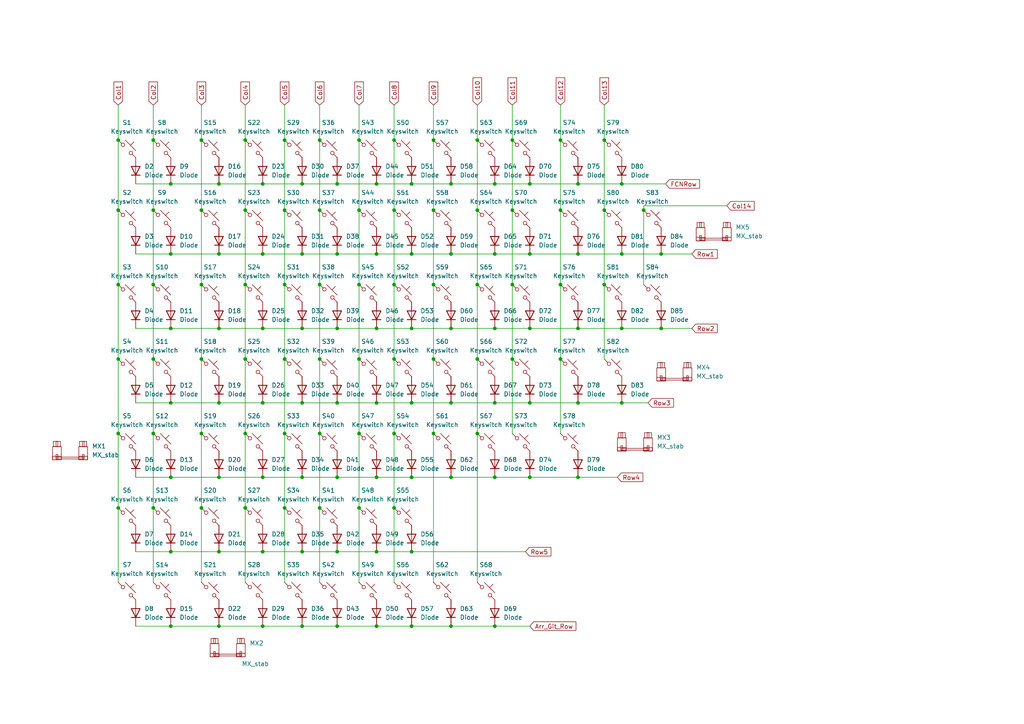
<source format=kicad_sch>
(kicad_sch (version 20250114) (generator "eeschema") (generator_version "9.0")
  (paper "A4")
  (lib_symbols
    (symbol "PCM_marbastlib-mx:MX_stab" (pin_names (offset 1.016))
      (property "Reference" "S" (at -5.08 6.35 0))
      (property "Value" "MX_stab" (at -5.08 3.81 0))
    )
    (symbol "ScottoKeebs:Placeholder_Diode" (pin_numbers (hide yes)) (pin_names (hide yes))
      (property "Reference" "D" (at 0 2.54 0))
      (property "Value" "Diode" (at 0 -2.54 0))
      (symbol "Placeholder_Diode_1_1"
        (pin passive line (at -3.81 0 0) (length 2.54) (name "K") (number "1"))
        (pin passive line (at 3.81 0 180) (length 2.54) (name "A") (number "2"))
      )
    )
    (symbol "ScottoKeebs:Placeholder_Keyswitch" (pin_numbers (hide yes)) (pin_names (offset 1.016) (hide yes))
      (property "Reference" "S" (at 3.048 1.016 0))
      (property "Value" "Keyswitch" (at 0 -3.81 0))
      (symbol "Placeholder_Keyswitch_0_1"
        (pin passive line (at -2.54 2.54 0) (length 0) (name "1") (number "1"))
        (pin passive line (at 2.54 -2.54 180) (length 0) (name "2") (number "2"))
      )
    )
  )
  (junction (at 92.71 60.96))
  (junction (at 119.38 160.02))
  (junction (at 143.51 53.34))
  (junction (at 119.38 53.34))
  (junction (at 34.29 40.64))
  (junction (at 49.53 138.43))
  (junction (at 125.73 82.55))
  (junction (at 63.5 181.61))
  (junction (at 44.45 40.64))
  (junction (at 104.14 40.64))
  (junction (at 58.42 147.32))
  (junction (at 130.81 95.25))
  (junction (at 82.55 60.96))
  (junction (at 175.26 60.96))
  (junction (at 162.56 60.96))
  (junction (at 97.79 95.25))
  (junction (at 97.79 138.43))
  (junction (at 162.56 40.64))
  (junction (at 130.81 138.43))
  (junction (at 104.14 60.96))
  (junction (at 82.55 147.32))
  (junction (at 58.42 82.55))
  (junction (at 49.53 95.25))
  (junction (at 167.64 95.25))
  (junction (at 109.22 181.61))
  (junction (at 130.81 181.61))
  (junction (at 109.22 95.25))
  (junction (at 58.42 40.64))
  (junction (at 167.64 138.43))
  (junction (at 191.77 95.25))
  (junction (at 58.42 60.96))
  (junction (at 162.56 82.55))
  (junction (at 186.69 60.96))
  (junction (at 175.26 82.55))
  (junction (at 34.29 147.32))
  (junction (at 76.2 53.34))
  (junction (at 71.12 104.14))
  (junction (at 119.38 95.25))
  (junction (at 63.5 138.43))
  (junction (at 167.64 73.66))
  (junction (at 143.51 138.43))
  (junction (at 87.63 53.34))
  (junction (at 76.2 160.02))
  (junction (at 153.67 95.25))
  (junction (at 58.42 104.14))
  (junction (at 114.3 147.32))
  (junction (at 109.22 160.02))
  (junction (at 82.55 125.73))
  (junction (at 71.12 60.96))
  (junction (at 76.2 73.66))
  (junction (at 49.53 116.84))
  (junction (at 175.26 40.64))
  (junction (at 44.45 125.73))
  (junction (at 97.79 73.66))
  (junction (at 143.51 116.84))
  (junction (at 71.12 82.55))
  (junction (at 76.2 138.43))
  (junction (at 49.53 53.34))
  (junction (at 109.22 138.43))
  (junction (at 180.34 53.34))
  (junction (at 130.81 53.34))
  (junction (at 148.59 82.55))
  (junction (at 87.63 181.61))
  (junction (at 138.43 82.55))
  (junction (at 114.3 125.73))
  (junction (at 87.63 116.84))
  (junction (at 148.59 104.14))
  (junction (at 153.67 53.34))
  (junction (at 63.5 95.25))
  (junction (at 130.81 73.66))
  (junction (at 34.29 125.73))
  (junction (at 92.71 147.32))
  (junction (at 49.53 181.61))
  (junction (at 119.38 73.66))
  (junction (at 114.3 60.96))
  (junction (at 109.22 53.34))
  (junction (at 180.34 95.25))
  (junction (at 153.67 73.66))
  (junction (at 58.42 125.73))
  (junction (at 125.73 104.14))
  (junction (at 114.3 40.64))
  (junction (at 63.5 53.34))
  (junction (at 138.43 40.64))
  (junction (at 153.67 116.84))
  (junction (at 148.59 60.96))
  (junction (at 167.64 53.34))
  (junction (at 180.34 116.84))
  (junction (at 34.29 82.55))
  (junction (at 44.45 82.55))
  (junction (at 97.79 53.34))
  (junction (at 138.43 104.14))
  (junction (at 143.51 73.66))
  (junction (at 92.71 82.55))
  (junction (at 44.45 147.32))
  (junction (at 125.73 40.64))
  (junction (at 138.43 125.73))
  (junction (at 76.2 181.61))
  (junction (at 109.22 116.84))
  (junction (at 87.63 160.02))
  (junction (at 71.12 40.64))
  (junction (at 114.3 82.55))
  (junction (at 143.51 181.61))
  (junction (at 104.14 104.14))
  (junction (at 82.55 82.55))
  (junction (at 82.55 104.14))
  (junction (at 114.3 104.14))
  (junction (at 125.73 125.73))
  (junction (at 162.56 104.14))
  (junction (at 87.63 95.25))
  (junction (at 63.5 116.84))
  (junction (at 49.53 160.02))
  (junction (at 143.51 95.25))
  (junction (at 44.45 60.96))
  (junction (at 63.5 73.66))
  (junction (at 71.12 125.73))
  (junction (at 92.71 125.73))
  (junction (at 119.38 138.43))
  (junction (at 148.59 40.64))
  (junction (at 87.63 138.43))
  (junction (at 119.38 116.84))
  (junction (at 138.43 60.96))
  (junction (at 87.63 73.66))
  (junction (at 97.79 116.84))
  (junction (at 153.67 138.43))
  (junction (at 44.45 104.14))
  (junction (at 71.12 147.32))
  (junction (at 97.79 181.61))
  (junction (at 104.14 125.73))
  (junction (at 104.14 147.32))
  (junction (at 125.73 60.96))
  (junction (at 167.64 116.84))
  (junction (at 82.55 40.64))
  (junction (at 34.29 60.96))
  (junction (at 130.81 116.84))
  (junction (at 119.38 181.61))
  (junction (at 180.34 73.66))
  (junction (at 63.5 160.02))
  (junction (at 191.77 73.66))
  (junction (at 76.2 95.25))
  (junction (at 97.79 160.02))
  (junction (at 34.29 104.14))
  (junction (at 92.71 40.64))
  (junction (at 76.2 116.84))
  (junction (at 49.53 73.66))
  (junction (at 104.14 82.55))
  (junction (at 109.22 73.66))
  (junction (at 92.71 104.14))
  (wire (pts (xy 138.43 104.14) (xy 138.43 125.73)))
  (wire (pts (xy 71.12 40.64) (xy 71.12 60.96)))
  (wire (pts (xy 82.55 147.32) (xy 82.55 168.91)))
  (wire (pts (xy 63.5 116.84) (xy 76.2 116.84)))
  (wire (pts (xy 119.38 95.25) (xy 130.81 95.25)))
  (wire (pts (xy 114.3 30.48) (xy 114.3 40.64)))
  (wire (pts (xy 92.71 104.14) (xy 92.71 125.73)))
  (wire (pts (xy 143.51 95.25) (xy 153.67 95.25)))
  (wire (pts (xy 109.22 138.43) (xy 119.38 138.43)))
  (wire (pts (xy 130.81 73.66) (xy 143.51 73.66)))
  (wire (pts (xy 92.71 60.96) (xy 92.71 82.55)))
  (wire (pts (xy 153.67 53.34) (xy 167.64 53.34)))
  (wire (pts (xy 148.59 60.96) (xy 148.59 82.55)))
  (wire (pts (xy 175.26 40.64) (xy 175.26 60.96)))
  (wire (pts (xy 49.53 138.43) (xy 63.5 138.43)))
  (wire (pts (xy 49.53 73.66) (xy 63.5 73.66)))
  (wire (pts (xy 39.37 95.25) (xy 49.53 95.25)))
  (wire (pts (xy 82.55 125.73) (xy 82.55 147.32)))
  (wire (pts (xy 153.67 95.25) (xy 167.64 95.25)))
  (wire (pts (xy 63.5 95.25) (xy 76.2 95.25)))
  (wire (pts (xy 49.53 95.25) (xy 63.5 95.25)))
  (wire (pts (xy 143.51 73.66) (xy 153.67 73.66)))
  (wire (pts (xy 44.45 30.48) (xy 44.45 40.64)))
  (wire (pts (xy 130.81 138.43) (xy 143.51 138.43)))
  (wire (pts (xy 109.22 95.25) (xy 119.38 95.25)))
  (wire (pts (xy 34.29 82.55) (xy 34.29 104.14)))
  (wire (pts (xy 104.14 104.14) (xy 104.14 125.73)))
  (wire (pts (xy 71.12 30.48) (xy 71.12 40.64)))
  (wire (pts (xy 71.12 125.73) (xy 71.12 147.32)))
  (wire (pts (xy 104.14 82.55) (xy 104.14 104.14)))
  (wire (pts (xy 148.59 104.14) (xy 148.59 125.73)))
  (wire (pts (xy 34.29 60.96) (xy 34.29 82.55)))
  (wire (pts (xy 119.38 53.34) (xy 130.81 53.34)))
  (wire (pts (xy 71.12 82.55) (xy 71.12 104.14)))
  (wire (pts (xy 175.26 60.96) (xy 175.26 82.55)))
  (wire (pts (xy 44.45 82.55) (xy 44.45 104.14)))
  (wire (pts (xy 44.45 104.14) (xy 44.45 125.73)))
  (wire (pts (xy 148.59 30.48) (xy 148.59 40.64)))
  (wire (pts (xy 119.38 181.61) (xy 130.81 181.61)))
  (wire (pts (xy 87.63 53.34) (xy 97.79 53.34)))
  (wire (pts (xy 143.51 53.34) (xy 153.67 53.34)))
  (wire (pts (xy 162.56 60.96) (xy 162.56 82.55)))
  (wire (pts (xy 63.5 160.02) (xy 76.2 160.02)))
  (wire (pts (xy 153.67 73.66) (xy 167.64 73.66)))
  (wire (pts (xy 138.43 125.73) (xy 138.43 168.91)))
  (wire (pts (xy 143.51 181.61) (xy 153.67 181.61)))
  (wire (pts (xy 138.43 82.55) (xy 138.43 104.14)))
  (wire (pts (xy 97.79 73.66) (xy 109.22 73.66)))
  (wire (pts (xy 180.34 116.84) (xy 187.96 116.84)))
  (wire (pts (xy 109.22 181.61) (xy 119.38 181.61)))
  (wire (pts (xy 210.82 59.69) (xy 186.69 59.69)))
  (wire (pts (xy 148.59 40.64) (xy 148.59 60.96)))
  (wire (pts (xy 82.55 104.14) (xy 82.55 125.73)))
  (wire (pts (xy 130.81 53.34) (xy 143.51 53.34)))
  (wire (pts (xy 109.22 53.34) (xy 119.38 53.34)))
  (wire (pts (xy 34.29 104.14) (xy 34.29 125.73)))
  (wire (pts (xy 92.71 82.55) (xy 92.71 104.14)))
  (wire (pts (xy 63.5 53.34) (xy 76.2 53.34)))
  (wire (pts (xy 76.2 138.43) (xy 87.63 138.43)))
  (wire (pts (xy 119.38 73.66) (xy 130.81 73.66)))
  (wire (pts (xy 82.55 40.64) (xy 82.55 60.96)))
  (wire (pts (xy 119.38 160.02) (xy 152.4 160.02)))
  (wire (pts (xy 92.71 40.64) (xy 92.71 60.96)))
  (wire (pts (xy 114.3 147.32) (xy 114.3 168.91)))
  (wire (pts (xy 130.81 181.61) (xy 143.51 181.61)))
  (wire (pts (xy 87.63 181.61) (xy 97.79 181.61)))
  (wire (pts (xy 162.56 82.55) (xy 162.56 104.14)))
  (wire (pts (xy 138.43 30.48) (xy 138.43 40.64)))
  (wire (pts (xy 87.63 160.02) (xy 97.79 160.02)))
  (wire (pts (xy 76.2 160.02) (xy 87.63 160.02)))
  (wire (pts (xy 58.42 40.64) (xy 58.42 60.96)))
  (wire (pts (xy 153.67 138.43) (xy 167.64 138.43)))
  (wire (pts (xy 58.42 104.14) (xy 58.42 125.73)))
  (wire (pts (xy 49.53 160.02) (xy 63.5 160.02)))
  (wire (pts (xy 87.63 73.66) (xy 97.79 73.66)))
  (wire (pts (xy 34.29 30.48) (xy 34.29 40.64)))
  (wire (pts (xy 58.42 82.55) (xy 58.42 104.14)))
  (wire (pts (xy 76.2 53.34) (xy 87.63 53.34)))
  (wire (pts (xy 97.79 160.02) (xy 109.22 160.02)))
  (wire (pts (xy 39.37 160.02) (xy 49.53 160.02)))
  (wire (pts (xy 167.64 95.25) (xy 180.34 95.25)))
  (wire (pts (xy 114.3 40.64) (xy 114.3 60.96)))
  (wire (pts (xy 97.79 138.43) (xy 109.22 138.43)))
  (wire (pts (xy 58.42 60.96) (xy 58.42 82.55)))
  (wire (pts (xy 162.56 104.14) (xy 162.56 125.73)))
  (wire (pts (xy 63.5 181.61) (xy 76.2 181.61)))
  (wire (pts (xy 162.56 30.48) (xy 162.56 40.64)))
  (wire (pts (xy 114.3 104.14) (xy 114.3 125.73)))
  (wire (pts (xy 167.64 116.84) (xy 180.34 116.84)))
  (wire (pts (xy 180.34 73.66) (xy 191.77 73.66)))
  (wire (pts (xy 34.29 125.73) (xy 34.29 147.32)))
  (wire (pts (xy 104.14 60.96) (xy 104.14 82.55)))
  (wire (pts (xy 44.45 40.64) (xy 44.45 60.96)))
  (wire (pts (xy 167.64 73.66) (xy 180.34 73.66)))
  (wire (pts (xy 104.14 147.32) (xy 104.14 168.91)))
  (wire (pts (xy 58.42 147.32) (xy 58.42 168.91)))
  (wire (pts (xy 109.22 160.02) (xy 119.38 160.02)))
  (wire (pts (xy 138.43 40.64) (xy 138.43 60.96)))
  (wire (pts (xy 49.53 181.61) (xy 63.5 181.61)))
  (wire (pts (xy 186.69 59.69) (xy 186.69 60.96)))
  (wire (pts (xy 125.73 82.55) (xy 125.73 104.14)))
  (wire (pts (xy 39.37 73.66) (xy 49.53 73.66)))
  (wire (pts (xy 76.2 73.66) (xy 87.63 73.66)))
  (wire (pts (xy 71.12 104.14) (xy 71.12 125.73)))
  (wire (pts (xy 143.51 138.43) (xy 153.67 138.43)))
  (wire (pts (xy 104.14 40.64) (xy 104.14 60.96)))
  (wire (pts (xy 180.34 53.34) (xy 193.04 53.34)))
  (wire (pts (xy 39.37 116.84) (xy 49.53 116.84)))
  (wire (pts (xy 87.63 138.43) (xy 97.79 138.43)))
  (wire (pts (xy 104.14 125.73) (xy 104.14 147.32)))
  (wire (pts (xy 175.26 30.48) (xy 175.26 40.64)))
  (wire (pts (xy 119.38 138.43) (xy 130.81 138.43)))
  (wire (pts (xy 49.53 116.84) (xy 63.5 116.84)))
  (wire (pts (xy 97.79 181.61) (xy 109.22 181.61)))
  (wire (pts (xy 130.81 95.25) (xy 143.51 95.25)))
  (wire (pts (xy 114.3 125.73) (xy 114.3 147.32)))
  (wire (pts (xy 49.53 53.34) (xy 63.5 53.34)))
  (wire (pts (xy 97.79 116.84) (xy 109.22 116.84)))
  (wire (pts (xy 104.14 30.48) (xy 104.14 40.64)))
  (wire (pts (xy 153.67 116.84) (xy 167.64 116.84)))
  (wire (pts (xy 76.2 116.84) (xy 87.63 116.84)))
  (wire (pts (xy 148.59 82.55) (xy 148.59 104.14)))
  (wire (pts (xy 44.45 125.73) (xy 44.45 147.32)))
  (wire (pts (xy 191.77 95.25) (xy 200.66 95.25)))
  (wire (pts (xy 191.77 73.66) (xy 200.66 73.66)))
  (wire (pts (xy 58.42 125.73) (xy 58.42 147.32)))
  (wire (pts (xy 109.22 73.66) (xy 119.38 73.66)))
  (wire (pts (xy 180.34 95.25) (xy 191.77 95.25)))
  (wire (pts (xy 92.71 125.73) (xy 92.71 147.32)))
  (wire (pts (xy 44.45 147.32) (xy 44.45 168.91)))
  (wire (pts (xy 87.63 95.25) (xy 97.79 95.25)))
  (wire (pts (xy 76.2 95.25) (xy 87.63 95.25)))
  (wire (pts (xy 34.29 147.32) (xy 34.29 168.91)))
  (wire (pts (xy 162.56 40.64) (xy 162.56 60.96)))
  (wire (pts (xy 97.79 53.34) (xy 109.22 53.34)))
  (wire (pts (xy 71.12 60.96) (xy 71.12 82.55)))
  (wire (pts (xy 125.73 30.48) (xy 125.73 40.64)))
  (wire (pts (xy 125.73 104.14) (xy 125.73 125.73)))
  (wire (pts (xy 167.64 138.43) (xy 179.07 138.43)))
  (wire (pts (xy 71.12 147.32) (xy 71.12 168.91)))
  (wire (pts (xy 130.81 116.84) (xy 143.51 116.84)))
  (wire (pts (xy 114.3 82.55) (xy 114.3 104.14)))
  (wire (pts (xy 138.43 60.96) (xy 138.43 82.55)))
  (wire (pts (xy 186.69 60.96) (xy 186.69 82.55)))
  (wire (pts (xy 39.37 53.34) (xy 49.53 53.34)))
  (wire (pts (xy 82.55 60.96) (xy 82.55 82.55)))
  (wire (pts (xy 82.55 82.55) (xy 82.55 104.14)))
  (wire (pts (xy 125.73 60.96) (xy 125.73 82.55)))
  (wire (pts (xy 125.73 125.73) (xy 125.73 168.91)))
  (wire (pts (xy 175.26 82.55) (xy 175.26 104.14)))
  (wire (pts (xy 92.71 147.32) (xy 92.71 168.91)))
  (wire (pts (xy 82.55 30.48) (xy 82.55 40.64)))
  (wire (pts (xy 167.64 53.34) (xy 180.34 53.34)))
  (wire (pts (xy 143.51 116.84) (xy 153.67 116.84)))
  (wire (pts (xy 58.42 30.48) (xy 58.42 40.64)))
  (wire (pts (xy 39.37 181.61) (xy 49.53 181.61)))
  (wire (pts (xy 39.37 138.43) (xy 49.53 138.43)))
  (wire (pts (xy 109.22 116.84) (xy 119.38 116.84)))
  (wire (pts (xy 87.63 116.84) (xy 97.79 116.84)))
  (wire (pts (xy 97.79 95.25) (xy 109.22 95.25)))
  (wire (pts (xy 76.2 181.61) (xy 87.63 181.61)))
  (wire (pts (xy 125.73 40.64) (xy 125.73 60.96)))
  (wire (pts (xy 92.71 30.48) (xy 92.71 40.64)))
  (wire (pts (xy 63.5 73.66) (xy 76.2 73.66)))
  (wire (pts (xy 34.29 40.64) (xy 34.29 60.96)))
  (wire (pts (xy 63.5 138.43) (xy 76.2 138.43)))
  (wire (pts (xy 44.45 60.96) (xy 44.45 82.55)))
  (wire (pts (xy 119.38 116.84) (xy 130.81 116.84)))
  (wire (pts (xy 114.3 60.96) (xy 114.3 82.55)))
  (global_label "Col3" (shape input) (at 58.42 30.48 90) (property "Intersheetrefs" "${INTERSHEET_REFS}" (effects (hide yes))))
  (global_label "Col12" (shape input) (at 162.56 30.48 90) (property "Intersheetrefs" "${INTERSHEET_REFS}" (effects (hide yes))))
  (global_label "Col7" (shape input) (at 104.14 30.48 90) (property "Intersheetrefs" "${INTERSHEET_REFS}" (effects (hide yes))))
  (global_label "Col6" (shape input) (at 92.71 30.48 90) (property "Intersheetrefs" "${INTERSHEET_REFS}" (effects (hide yes))))
  (global_label "Col13" (shape input) (at 175.26 30.48 90) (property "Intersheetrefs" "${INTERSHEET_REFS}" (effects (hide yes))))
  (global_label "Row3" (shape input) (at 187.96 116.84 0) (property "Intersheetrefs" "${INTERSHEET_REFS}" (effects (hide yes))))
  (global_label "Arr_Git_Row" (shape input) (at 153.67 181.61 0) (property "Intersheetrefs" "${INTERSHEET_REFS}" (effects (hide yes))))
  (global_label "Row4" (shape input) (at 179.07 138.43 0) (property "Intersheetrefs" "${INTERSHEET_REFS}" (effects (hide yes))))
  (global_label "Col5" (shape input) (at 82.55 30.48 90) (property "Intersheetrefs" "${INTERSHEET_REFS}" (effects (hide yes))))
  (global_label "FCNRow" (shape input) (at 193.04 53.34 0) (property "Intersheetrefs" "${INTERSHEET_REFS}" (effects (hide yes))))
  (global_label "Col4" (shape input) (at 71.12 30.48 90) (property "Intersheetrefs" "${INTERSHEET_REFS}" (effects (hide yes))))
  (global_label "Row5" (shape input) (at 152.4 160.02 0) (property "Intersheetrefs" "${INTERSHEET_REFS}" (effects (hide yes))))
  (global_label "Col8" (shape input) (at 114.3 30.48 90) (property "Intersheetrefs" "${INTERSHEET_REFS}" (effects (hide yes))))
  (global_label "Col14" (shape input) (at 210.82 59.69 0) (property "Intersheetrefs" "${INTERSHEET_REFS}" (effects (hide yes))))
  (global_label "Row1" (shape input) (at 200.66 73.66 0) (property "Intersheetrefs" "${INTERSHEET_REFS}" (effects (hide yes))))
  (global_label "Col9" (shape input) (at 125.73 30.48 90) (property "Intersheetrefs" "${INTERSHEET_REFS}" (effects (hide yes))))
  (global_label "Row2" (shape input) (at 200.66 95.25 0) (property "Intersheetrefs" "${INTERSHEET_REFS}" (effects (hide yes))))
  (global_label "Col1" (shape input) (at 34.29 30.48 90) (property "Intersheetrefs" "${INTERSHEET_REFS}" (effects (hide yes))))
  (global_label "Col2" (shape input) (at 44.45 30.48 90) (property "Intersheetrefs" "${INTERSHEET_REFS}" (effects (hide yes))))
  (global_label "Col11" (shape input) (at 148.59 30.48 90) (property "Intersheetrefs" "${INTERSHEET_REFS}" (effects (hide yes))))
  (global_label "Col10" (shape input) (at 138.43 30.48 90) (property "Intersheetrefs" "${INTERSHEET_REFS}" (effects (hide yes))))
  (symbol (lib_id "ScottoKeebs:Placeholder_Diode") (at 119.38 49.53 90) (unit 1)
    (property "Reference" "D51" (at 121.92 48.2599 90) (effects (justify right)))
    (property "Value" "Diode" (at 121.92 50.7999 90) (effects (justify right)))
    (property "Footprint" "Diode_SMD:D_SOD-123" (effects (hide yes)))
    (property "Description" "1N4148 (DO-35) or 1N4148W (SOD-123)" (effects (hide yes)))
    (property "Sim.Device" "D" (effects (hide yes)))
    (property "Sim.Pins" "1=K 2=A" (effects (hide yes)))
  )
  (symbol (lib_id "ScottoKeebs:Placeholder_Diode") (at 49.53 91.44 90) (unit 1)
    (property "Reference" "D11" (at 52.07 90.1699 90) (effects (justify right)))
    (property "Value" "Diode" (at 52.07 92.7099 90) (effects (justify right)))
    (property "Footprint" "Diode_SMD:D_SOD-123" (effects (hide yes)))
    (property "Description" "1N4148 (DO-35) or 1N4148W (SOD-123)" (effects (hide yes)))
    (property "Sim.Device" "D" (effects (hide yes)))
    (property "Sim.Pins" "1=K 2=A" (effects (hide yes)))
  )
  (symbol (lib_id "ScottoKeebs:Placeholder_Diode") (at 130.81 69.85 90) (unit 1)
    (property "Reference" "D59" (at 133.35 68.5799 90) (effects (justify right)))
    (property "Value" "Diode" (at 133.35 71.1199 90) (effects (justify right)))
    (property "Footprint" "Diode_SMD:D_SOD-123" (effects (hide yes)))
    (property "Description" "1N4148 (DO-35) or 1N4148W (SOD-123)" (effects (hide yes)))
    (property "Sim.Device" "D" (effects (hide yes)))
    (property "Sim.Pins" "1=K 2=A" (effects (hide yes)))
  )
  (symbol (lib_id "ScottoKeebs:Placeholder_Diode") (at 97.79 113.03 90) (unit 1)
    (property "Reference" "D40" (at 100.33 111.7599 90) (effects (justify right)))
    (property "Value" "Diode" (at 100.33 114.2999 90) (effects (justify right)))
    (property "Footprint" "Diode_SMD:D_SOD-123" (effects (hide yes)))
    (property "Description" "1N4148 (DO-35) or 1N4148W (SOD-123)" (effects (hide yes)))
    (property "Sim.Device" "D" (effects (hide yes)))
    (property "Sim.Pins" "1=K 2=A" (effects (hide yes)))
  )
  (symbol (lib_id "ScottoKeebs:Placeholder_Diode") (at 76.2 134.62 90) (unit 1)
    (property "Reference" "D27" (at 78.74 133.3499 90) (effects (justify right)))
    (property "Value" "Diode" (at 78.74 135.8899 90) (effects (justify right)))
    (property "Footprint" "Diode_SMD:D_SOD-123" (effects (hide yes)))
    (property "Description" "1N4148 (DO-35) or 1N4148W (SOD-123)" (effects (hide yes)))
    (property "Sim.Device" "D" (effects (hide yes)))
    (property "Sim.Pins" "1=K 2=A" (effects (hide yes)))
  )
  (symbol (lib_id "ScottoKeebs:Placeholder_Keyswitch") (at 60.96 128.27 0) (unit 1)
    (property "Reference" "S19" (at 60.96 120.65 0))
    (property "Value" "Keyswitch" (at 60.96 123.19 0))
    (property "Footprint" "PCM_Switch_Keyboard_Hotswap_Kailh:SW_Hotswap_Kailh_MX_1.00u" (effects (hide yes)))
    (property "Description" "Push button switch, normally open, two pins, 45° tilted" (effects (hide yes)))
  )
  (symbol (lib_id "ScottoKeebs:Placeholder_Keyswitch") (at 165.1 85.09 0) (unit 1)
    (property "Reference" "S76" (at 165.1 77.47 0))
    (property "Value" "Keyswitch" (at 165.1 80.01 0))
    (property "Footprint" "PCM_Switch_Keyboard_Hotswap_Kailh:SW_Hotswap_Kailh_MX_1.00u" (effects (hide yes)))
    (property "Description" "Push button switch, normally open, two pins, 45° tilted" (effects (hide yes)))
  )
  (symbol (lib_id "ScottoKeebs:Placeholder_Diode") (at 49.53 49.53 90) (unit 1)
    (property "Reference" "D9" (at 52.07 48.2599 90) (effects (justify right)))
    (property "Value" "Diode" (at 52.07 50.7999 90) (effects (justify right)))
    (property "Footprint" "Diode_SMD:D_SOD-123" (effects (hide yes)))
    (property "Description" "1N4148 (DO-35) or 1N4148W (SOD-123)" (effects (hide yes)))
    (property "Sim.Device" "D" (effects (hide yes)))
    (property "Sim.Pins" "1=K 2=A" (effects (hide yes)))
  )
  (symbol (lib_id "ScottoKeebs:Placeholder_Keyswitch") (at 140.97 63.5 0) (unit 1)
    (property "Reference" "S64" (at 140.97 55.88 0))
    (property "Value" "Keyswitch" (at 140.97 58.42 0))
    (property "Footprint" "PCM_Switch_Keyboard_Hotswap_Kailh:SW_Hotswap_Kailh_MX_1.00u" (effects (hide yes)))
    (property "Description" "Push button switch, normally open, two pins, 45° tilted" (effects (hide yes)))
  )
  (symbol (lib_id "ScottoKeebs:Placeholder_Diode") (at 87.63 49.53 90) (unit 1)
    (property "Reference" "D30" (at 90.17 48.2599 90) (effects (justify right)))
    (property "Value" "Diode" (at 90.17 50.7999 90) (effects (justify right)))
    (property "Footprint" "Diode_SMD:D_SOD-123" (effects (hide yes)))
    (property "Description" "1N4148 (DO-35) or 1N4148W (SOD-123)" (effects (hide yes)))
    (property "Sim.Device" "D" (effects (hide yes)))
    (property "Sim.Pins" "1=K 2=A" (effects (hide yes)))
  )
  (symbol (lib_id "ScottoKeebs:Placeholder_Keyswitch") (at 46.99 85.09 0) (unit 1)
    (property "Reference" "S10" (at 46.99 77.47 0))
    (property "Value" "Keyswitch" (at 46.99 80.01 0))
    (property "Footprint" "PCM_Switch_Keyboard_Hotswap_Kailh:SW_Hotswap_Kailh_MX_1.00u" (effects (hide yes)))
    (property "Description" "Push button switch, normally open, two pins, 45° tilted" (effects (hide yes)))
  )
  (symbol (lib_id "ScottoKeebs:Placeholder_Diode") (at 143.51 113.03 90) (unit 1)
    (property "Reference" "D67" (at 146.05 111.7599 90) (effects (justify right)))
    (property "Value" "Diode" (at 146.05 114.2999 90) (effects (justify right)))
    (property "Footprint" "Diode_SMD:D_SOD-123" (effects (hide yes)))
    (property "Description" "1N4148 (DO-35) or 1N4148W (SOD-123)" (effects (hide yes)))
    (property "Sim.Device" "D" (effects (hide yes)))
    (property "Sim.Pins" "1=K 2=A" (effects (hide yes)))
  )
  (symbol (lib_id "ScottoKeebs:Placeholder_Diode") (at 49.53 134.62 90) (unit 1)
    (property "Reference" "D13" (at 52.07 133.3499 90) (effects (justify right)))
    (property "Value" "Diode" (at 52.07 135.8899 90) (effects (justify right)))
    (property "Footprint" "Diode_SMD:D_SOD-123" (effects (hide yes)))
    (property "Description" "1N4148 (DO-35) or 1N4148W (SOD-123)" (effects (hide yes)))
    (property "Sim.Device" "D" (effects (hide yes)))
    (property "Sim.Pins" "1=K 2=A" (effects (hide yes)))
  )
  (symbol (lib_id "ScottoKeebs:Placeholder_Keyswitch") (at 165.1 128.27 0) (unit 1)
    (property "Reference" "S78" (at 165.1 120.65 0))
    (property "Value" "Keyswitch" (at 165.1 123.19 0))
    (property "Footprint" "PCM_Switch_Keyboard_Hotswap_Kailh:SW_Hotswap_Kailh_MX_2.75u" (effects (hide yes)))
    (property "Description" "Push button switch, normally open, two pins, 45° tilted" (effects (hide yes)))
  )
  (symbol (lib_id "ScottoKeebs:Placeholder_Diode") (at 76.2 113.03 90) (unit 1)
    (property "Reference" "D26" (at 78.74 111.7599 90) (effects (justify right)))
    (property "Value" "Diode" (at 78.74 114.2999 90) (effects (justify right)))
    (property "Footprint" "Diode_SMD:D_SOD-123" (effects (hide yes)))
    (property "Description" "1N4148 (DO-35) or 1N4148W (SOD-123)" (effects (hide yes)))
    (property "Sim.Device" "D" (effects (hide yes)))
    (property "Sim.Pins" "1=K 2=A" (effects (hide yes)))
  )
  (symbol (lib_id "ScottoKeebs:Placeholder_Diode") (at 76.2 49.53 90) (unit 1)
    (property "Reference" "D23" (at 78.74 48.2599 90) (effects (justify right)))
    (property "Value" "Diode" (at 78.74 50.7999 90) (effects (justify right)))
    (property "Footprint" "Diode_SMD:D_SOD-123" (effects (hide yes)))
    (property "Description" "1N4148 (DO-35) or 1N4148W (SOD-123)" (effects (hide yes)))
    (property "Sim.Device" "D" (effects (hide yes)))
    (property "Sim.Pins" "1=K 2=A" (effects (hide yes)))
  )
  (symbol (lib_id "ScottoKeebs:Placeholder_Keyswitch") (at 95.25 171.45 0) (unit 1)
    (property "Reference" "S42" (at 95.25 163.83 0))
    (property "Value" "Keyswitch" (at 95.25 166.37 0))
    (property "Footprint" "PCM_Switch_Keyboard_Hotswap_Kailh:SW_Hotswap_Kailh_MX_1.00u" (effects (hide yes)))
    (property "Description" "Push button switch, normally open, two pins, 45° tilted" (effects (hide yes)))
  )
  (symbol (lib_id "ScottoKeebs:Placeholder_Keyswitch") (at 165.1 106.68 0) (unit 1)
    (property "Reference" "S77" (at 165.1 99.06 0))
    (property "Value" "Keyswitch" (at 165.1 101.6 0))
    (property "Footprint" "PCM_Switch_Keyboard_Hotswap_Kailh:SW_Hotswap_Kailh_MX_1.00u" (effects (hide yes)))
    (property "Description" "Push button switch, normally open, two pins, 45° tilted" (effects (hide yes)))
  )
  (symbol (lib_id "ScottoKeebs:Placeholder_Keyswitch") (at 106.68 149.86 0) (unit 1)
    (property "Reference" "S48" (at 106.68 142.24 0))
    (property "Value" "Keyswitch" (at 106.68 144.78 0))
    (property "Footprint" "PCM_Switch_Keyboard_Hotswap_Kailh:SW_Hotswap_Kailh_MX_1.25u" (effects (hide yes)))
    (property "Description" "Push button switch, normally open, two pins, 45° tilted" (effects (hide yes)))
  )
  (symbol (lib_id "ScottoKeebs:Placeholder_Keyswitch") (at 128.27 63.5 0) (unit 1)
    (property "Reference" "S58" (at 128.27 55.88 0))
    (property "Value" "Keyswitch" (at 128.27 58.42 0))
    (property "Footprint" "PCM_Switch_Keyboard_Hotswap_Kailh:SW_Hotswap_Kailh_MX_1.00u" (effects (hide yes)))
    (property "Description" "Push button switch, normally open, two pins, 45° tilted" (effects (hide yes)))
  )
  (symbol (lib_id "ScottoKeebs:Placeholder_Keyswitch") (at 36.83 106.68 0) (unit 1)
    (property "Reference" "S4" (at 36.83 99.06 0))
    (property "Value" "Keyswitch" (at 36.83 101.6 0))
    (property "Footprint" "PCM_Switch_Keyboard_Hotswap_Kailh:SW_Hotswap_Kailh_MX_1.75u" (effects (hide yes)))
    (property "Description" "Push button switch, normally open, two pins, 45° tilted" (effects (hide yes)))
  )
  (symbol (lib_id "ScottoKeebs:Placeholder_Keyswitch") (at 116.84 149.86 0) (unit 1)
    (property "Reference" "S55" (at 116.84 142.24 0))
    (property "Value" "Keyswitch" (at 116.84 144.78 0))
    (property "Footprint" "PCM_Switch_Keyboard_Hotswap_Kailh:SW_Hotswap_Kailh_MX_1.25u" (effects (hide yes)))
    (property "Description" "Push button switch, normally open, two pins, 45° tilted" (effects (hide yes)))
  )
  (symbol (lib_id "ScottoKeebs:Placeholder_Keyswitch") (at 85.09 171.45 0) (unit 1)
    (property "Reference" "S35" (at 85.09 163.83 0))
    (property "Value" "Keyswitch" (at 85.09 166.37 0))
    (property "Footprint" "PCM_Switch_Keyboard_Hotswap_Kailh:SW_Hotswap_Kailh_MX_1.00u" (effects (hide yes)))
    (property "Description" "Push button switch, normally open, two pins, 45° tilted" (effects (hide yes)))
  )
  (symbol (lib_id "ScottoKeebs:Placeholder_Keyswitch") (at 73.66 171.45 0) (unit 1)
    (property "Reference" "S28" (at 73.66 163.83 0))
    (property "Value" "Keyswitch" (at 73.66 166.37 0))
    (property "Footprint" "PCM_Switch_Keyboard_Hotswap_Kailh:SW_Hotswap_Kailh_MX_1.00u" (effects (hide yes)))
    (property "Description" "Push button switch, normally open, two pins, 45° tilted" (effects (hide yes)))
  )
  (symbol (lib_id "ScottoKeebs:Placeholder_Diode") (at 143.51 91.44 90) (unit 1)
    (property "Reference" "D66" (at 146.05 90.1699 90) (effects (justify right)))
    (property "Value" "Diode" (at 146.05 92.7099 90) (effects (justify right)))
    (property "Footprint" "Diode_SMD:D_SOD-123" (effects (hide yes)))
    (property "Description" "1N4148 (DO-35) or 1N4148W (SOD-123)" (effects (hide yes)))
    (property "Sim.Device" "D" (effects (hide yes)))
    (property "Sim.Pins" "1=K 2=A" (effects (hide yes)))
  )
  (symbol (lib_id "ScottoKeebs:Placeholder_Diode") (at 180.34 69.85 90) (unit 1)
    (property "Reference" "D81" (at 182.88 68.5799 90) (effects (justify right)))
    (property "Value" "Diode" (at 182.88 71.1199 90) (effects (justify right)))
    (property "Footprint" "Diode_SMD:D_SOD-123" (effects (hide yes)))
    (property "Description" "1N4148 (DO-35) or 1N4148W (SOD-123)" (effects (hide yes)))
    (property "Sim.Device" "D" (effects (hide yes)))
    (property "Sim.Pins" "1=K 2=A" (effects (hide yes)))
  )
  (symbol (lib_id "ScottoKeebs:Placeholder_Keyswitch") (at 106.68 128.27 0) (unit 1)
    (property "Reference" "S47" (at 106.68 120.65 0))
    (property "Value" "Keyswitch" (at 106.68 123.19 0))
    (property "Footprint" "PCM_Switch_Keyboard_Hotswap_Kailh:SW_Hotswap_Kailh_MX_1.00u" (effects (hide yes)))
    (property "Description" "Push button switch, normally open, two pins, 45° tilted" (effects (hide yes)))
  )
  (symbol (lib_id "ScottoKeebs:Placeholder_Diode") (at 63.5 69.85 90) (unit 1)
    (property "Reference" "D17" (at 66.04 68.5799 90) (effects (justify right)))
    (property "Value" "Diode" (at 66.04 71.1199 90) (effects (justify right)))
    (property "Footprint" "Diode_SMD:D_SOD-123" (effects (hide yes)))
    (property "Description" "1N4148 (DO-35) or 1N4148W (SOD-123)" (effects (hide yes)))
    (property "Sim.Device" "D" (effects (hide yes)))
    (property "Sim.Pins" "1=K 2=A" (effects (hide yes)))
  )
  (symbol (lib_id "ScottoKeebs:Placeholder_Keyswitch") (at 46.99 149.86 0) (unit 1)
    (property "Reference" "S13" (at 46.99 142.24 0))
    (property "Value" "Keyswitch" (at 46.99 144.78 0))
    (property "Footprint" "PCM_Switch_Keyboard_Hotswap_Kailh:SW_Hotswap_Kailh_MX_1.25u" (effects (hide yes)))
    (property "Description" "Push button switch, normally open, two pins, 45° tilted" (effects (hide yes)))
  )
  (symbol (lib_id "ScottoKeebs:Placeholder_Diode") (at 39.37 49.53 90) (unit 1)
    (property "Reference" "D2" (at 41.91 48.2599 90) (effects (justify right)))
    (property "Value" "Diode" (at 41.91 50.7999 90) (effects (justify right)))
    (property "Footprint" "Diode_SMD:D_SOD-123" (effects (hide yes)))
    (property "Description" "1N4148 (DO-35) or 1N4148W (SOD-123)" (effects (hide yes)))
    (property "Sim.Device" "D" (effects (hide yes)))
    (property "Sim.Pins" "1=K 2=A" (effects (hide yes)))
  )
  (symbol (lib_id "ScottoKeebs:Placeholder_Diode") (at 130.81 113.03 90) (unit 1)
    (property "Reference" "D61" (at 133.35 111.7599 90) (effects (justify right)))
    (property "Value" "Diode" (at 133.35 114.2999 90) (effects (justify right)))
    (property "Footprint" "Diode_SMD:D_SOD-123" (effects (hide yes)))
    (property "Description" "1N4148 (DO-35) or 1N4148W (SOD-123)" (effects (hide yes)))
    (property "Sim.Device" "D" (effects (hide yes)))
    (property "Sim.Pins" "1=K 2=A" (effects (hide yes)))
  )
  (symbol (lib_id "ScottoKeebs:Placeholder_Diode") (at 119.38 134.62 90) (unit 1)
    (property "Reference" "D55" (at 121.92 133.3499 90) (effects (justify right)))
    (property "Value" "Diode" (at 121.92 135.8899 90) (effects (justify right)))
    (property "Footprint" "Diode_SMD:D_SOD-123" (effects (hide yes)))
    (property "Description" "1N4148 (DO-35) or 1N4148W (SOD-123)" (effects (hide yes)))
    (property "Sim.Device" "D" (effects (hide yes)))
    (property "Sim.Pins" "1=K 2=A" (effects (hide yes)))
  )
  (symbol (lib_id "ScottoKeebs:Placeholder_Diode") (at 130.81 49.53 90) (unit 1)
    (property "Reference" "D58" (at 133.35 48.2599 90) (effects (justify right)))
    (property "Value" "Diode" (at 133.35 50.7999 90) (effects (justify right)))
    (property "Footprint" "Diode_SMD:D_SOD-123" (effects (hide yes)))
    (property "Description" "1N4148 (DO-35) or 1N4148W (SOD-123)" (effects (hide yes)))
    (property "Sim.Device" "D" (effects (hide yes)))
    (property "Sim.Pins" "1=K 2=A" (effects (hide yes)))
  )
  (symbol (lib_id "ScottoKeebs:Placeholder_Keyswitch") (at 46.99 106.68 0) (unit 1)
    (property "Reference" "S11" (at 46.99 99.06 0))
    (property "Value" "Keyswitch" (at 46.99 101.6 0))
    (property "Footprint" "PCM_Switch_Keyboard_Hotswap_Kailh:SW_Hotswap_Kailh_MX_1.00u" (effects (hide yes)))
    (property "Description" "Push button switch, normally open, two pins, 45° tilted" (effects (hide yes)))
  )
  (symbol (lib_id "ScottoKeebs:Placeholder_Diode") (at 97.79 134.62 90) (unit 1)
    (property "Reference" "D41" (at 100.33 133.3499 90) (effects (justify right)))
    (property "Value" "Diode" (at 100.33 135.8899 90) (effects (justify right)))
    (property "Footprint" "Diode_SMD:D_SOD-123" (effects (hide yes)))
    (property "Description" "1N4148 (DO-35) or 1N4148W (SOD-123)" (effects (hide yes)))
    (property "Sim.Device" "D" (effects (hide yes)))
    (property "Sim.Pins" "1=K 2=A" (effects (hide yes)))
  )
  (symbol (lib_id "ScottoKeebs:Placeholder_Diode") (at 180.34 49.53 90) (unit 1)
    (property "Reference" "D80" (at 182.88 48.2599 90) (effects (justify right)))
    (property "Value" "Diode" (at 182.88 50.7999 90) (effects (justify right)))
    (property "Footprint" "Diode_SMD:D_SOD-123" (effects (hide yes)))
    (property "Description" "1N4148 (DO-35) or 1N4148W (SOD-123)" (effects (hide yes)))
    (property "Sim.Device" "D" (effects (hide yes)))
    (property "Sim.Pins" "1=K 2=A" (effects (hide yes)))
  )
  (symbol (lib_id "ScottoKeebs:Placeholder_Keyswitch") (at 46.99 63.5 0) (unit 1)
    (property "Reference" "S9" (at 46.99 55.88 0))
    (property "Value" "Keyswitch" (at 46.99 58.42 0))
    (property "Footprint" "PCM_Switch_Keyboard_Hotswap_Kailh:SW_Hotswap_Kailh_MX_1.00u" (effects (hide yes)))
    (property "Description" "Push button switch, normally open, two pins, 45° tilted" (effects (hide yes)))
  )
  (symbol (lib_id "ScottoKeebs:Placeholder_Keyswitch") (at 140.97 171.45 0) (unit 1)
    (property "Reference" "S68" (at 140.97 163.83 0))
    (property "Value" "Keyswitch" (at 140.97 166.37 0))
    (property "Footprint" "PCM_Switch_Keyboard_Hotswap_Kailh:SW_Hotswap_Kailh_MX_1.00u" (effects (hide yes)))
    (property "Description" "Push button switch, normally open, two pins, 45° tilted" (effects (hide yes)))
  )
  (symbol (lib_id "ScottoKeebs:Placeholder_Diode") (at 119.38 113.03 90) (unit 1)
    (property "Reference" "D54" (at 121.92 111.7599 90) (effects (justify right)))
    (property "Value" "Diode" (at 121.92 114.2999 90) (effects (justify right)))
    (property "Footprint" "Diode_SMD:D_SOD-123" (effects (hide yes)))
    (property "Description" "1N4148 (DO-35) or 1N4148W (SOD-123)" (effects (hide yes)))
    (property "Sim.Device" "D" (effects (hide yes)))
    (property "Sim.Pins" "1=K 2=A" (effects (hide yes)))
  )
  (symbol (lib_id "ScottoKeebs:Placeholder_Keyswitch") (at 85.09 63.5 0) (unit 1)
    (property "Reference" "S30" (at 85.09 55.88 0))
    (property "Value" "Keyswitch" (at 85.09 58.42 0))
    (property "Footprint" "PCM_Switch_Keyboard_Hotswap_Kailh:SW_Hotswap_Kailh_MX_1.00u" (effects (hide yes)))
    (property "Description" "Push button switch, normally open, two pins, 45° tilted" (effects (hide yes)))
  )
  (symbol (lib_id "ScottoKeebs:Placeholder_Keyswitch") (at 36.83 85.09 0) (unit 1)
    (property "Reference" "S3" (at 36.83 77.47 0))
    (property "Value" "Keyswitch" (at 36.83 80.01 0))
    (property "Footprint" "PCM_Switch_Keyboard_Hotswap_Kailh:SW_Hotswap_Kailh_MX_1.50u" (effects (hide yes)))
    (property "Description" "Push button switch, normally open, two pins, 45° tilted" (effects (hide yes)))
  )
  (symbol (lib_id "ScottoKeebs:Placeholder_Diode") (at 39.37 113.03 90) (unit 1)
    (property "Reference" "D5" (at 41.91 111.7599 90) (effects (justify right)))
    (property "Value" "Diode" (at 41.91 114.2999 90) (effects (justify right)))
    (property "Footprint" "Diode_SMD:D_SOD-123" (effects (hide yes)))
    (property "Description" "1N4148 (DO-35) or 1N4148W (SOD-123)" (effects (hide yes)))
    (property "Sim.Device" "D" (effects (hide yes)))
    (property "Sim.Pins" "1=K 2=A" (effects (hide yes)))
  )
  (symbol (lib_id "ScottoKeebs:Placeholder_Diode") (at 167.64 91.44 90) (unit 1)
    (property "Reference" "D77" (at 170.18 90.1699 90) (effects (justify right)))
    (property "Value" "Diode" (at 170.18 92.7099 90) (effects (justify right)))
    (property "Footprint" "Diode_SMD:D_SOD-123" (effects (hide yes)))
    (property "Description" "1N4148 (DO-35) or 1N4148W (SOD-123)" (effects (hide yes)))
    (property "Sim.Device" "D" (effects (hide yes)))
    (property "Sim.Pins" "1=K 2=A" (effects (hide yes)))
  )
  (symbol (lib_id "ScottoKeebs:Placeholder_Diode") (at 180.34 91.44 90) (unit 1)
    (property "Reference" "D82" (at 182.88 90.1699 90) (effects (justify right)))
    (property "Value" "Diode" (at 182.88 92.7099 90) (effects (justify right)))
    (property "Footprint" "Diode_SMD:D_SOD-123" (effects (hide yes)))
    (property "Description" "1N4148 (DO-35) or 1N4148W (SOD-123)" (effects (hide yes)))
    (property "Sim.Device" "D" (effects (hide yes)))
    (property "Sim.Pins" "1=K 2=A" (effects (hide yes)))
  )
  (symbol (lib_id "ScottoKeebs:Placeholder_Keyswitch") (at 95.25 43.18 0) (unit 1)
    (property "Reference" "S36" (at 95.25 35.56 0))
    (property "Value" "Keyswitch" (at 95.25 38.1 0))
    (property "Footprint" "PCM_Switch_Keyboard_Hotswap_Kailh:SW_Hotswap_Kailh_MX_1.00u" (effects (hide yes)))
    (property "Description" "Push button switch, normally open, two pins, 45° tilted" (effects (hide yes)))
  )
  (symbol (lib_id "ScottoKeebs:Placeholder_Diode") (at 180.34 113.03 90) (unit 1)
    (property "Reference" "D83" (at 182.88 111.7599 90) (effects (justify right)))
    (property "Value" "Diode" (at 182.88 114.2999 90) (effects (justify right)))
    (property "Footprint" "Diode_SMD:D_SOD-123" (effects (hide yes)))
    (property "Description" "1N4148 (DO-35) or 1N4148W (SOD-123)" (effects (hide yes)))
    (property "Sim.Device" "D" (effects (hide yes)))
    (property "Sim.Pins" "1=K 2=A" (effects (hide yes)))
  )
  (symbol (lib_id "ScottoKeebs:Placeholder_Keyswitch") (at 116.84 85.09 0) (unit 1)
    (property "Reference" "S52" (at 116.84 77.47 0))
    (property "Value" "Keyswitch" (at 116.84 80.01 0))
    (property "Footprint" "PCM_Switch_Keyboard_Hotswap_Kailh:SW_Hotswap_Kailh_MX_1.00u" (effects (hide yes)))
    (property "Description" "Push button switch, normally open, two pins, 45° tilted" (effects (hide yes)))
  )
  (symbol (lib_id "ScottoKeebs:Placeholder_Diode") (at 87.63 177.8 90) (unit 1)
    (property "Reference" "D36" (at 90.17 176.5299 90) (effects (justify right)))
    (property "Value" "Diode" (at 90.17 179.0699 90) (effects (justify right)))
    (property "Footprint" "Diode_SMD:D_SOD-123" (effects (hide yes)))
    (property "Description" "1N4148 (DO-35) or 1N4148W (SOD-123)" (effects (hide yes)))
    (property "Sim.Device" "D" (effects (hide yes)))
    (property "Sim.Pins" "1=K 2=A" (effects (hide yes)))
  )
  (symbol (lib_id "ScottoKeebs:Placeholder_Diode") (at 153.67 69.85 90) (unit 1)
    (property "Reference" "D71" (at 156.21 68.5799 90) (effects (justify right)))
    (property "Value" "Diode" (at 156.21 71.1199 90) (effects (justify right)))
    (property "Footprint" "Diode_SMD:D_SOD-123" (effects (hide yes)))
    (property "Description" "1N4148 (DO-35) or 1N4148W (SOD-123)" (effects (hide yes)))
    (property "Sim.Device" "D" (effects (hide yes)))
    (property "Sim.Pins" "1=K 2=A" (effects (hide yes)))
  )
  (symbol (lib_id "ScottoKeebs:Placeholder_Diode") (at 167.64 113.03 90) (unit 1)
    (property "Reference" "D78" (at 170.18 111.7599 90) (effects (justify right)))
    (property "Value" "Diode" (at 170.18 114.2999 90) (effects (justify right)))
    (property "Footprint" "Diode_SMD:D_SOD-123" (effects (hide yes)))
    (property "Description" "1N4148 (DO-35) or 1N4148W (SOD-123)" (effects (hide yes)))
    (property "Sim.Device" "D" (effects (hide yes)))
    (property "Sim.Pins" "1=K 2=A" (effects (hide yes)))
  )
  (symbol (lib_id "ScottoKeebs:Placeholder_Keyswitch") (at 128.27 43.18 0) (unit 1)
    (property "Reference" "S57" (at 128.27 35.56 0))
    (property "Value" "Keyswitch" (at 128.27 38.1 0))
    (property "Footprint" "PCM_Switch_Keyboard_Hotswap_Kailh:SW_Hotswap_Kailh_MX_1.00u" (effects (hide yes)))
    (property "Description" "Push button switch, normally open, two pins, 45° tilted" (effects (hide yes)))
  )
  (symbol (lib_id "ScottoKeebs:Placeholder_Diode") (at 119.38 69.85 90) (unit 1)
    (property "Reference" "D52" (at 121.92 68.5799 90) (effects (justify right)))
    (property "Value" "Diode" (at 121.92 71.1199 90) (effects (justify right)))
    (property "Footprint" "Diode_SMD:D_SOD-123" (effects (hide yes)))
    (property "Description" "1N4148 (DO-35) or 1N4148W (SOD-123)" (effects (hide yes)))
    (property "Sim.Device" "D" (effects (hide yes)))
    (property "Sim.Pins" "1=K 2=A" (effects (hide yes)))
  )
  (symbol (lib_id "ScottoKeebs:Placeholder_Diode") (at 119.38 177.8 90) (unit 1)
    (property "Reference" "D57" (at 121.92 176.5299 90) (effects (justify right)))
    (property "Value" "Diode" (at 121.92 179.0699 90) (effects (justify right)))
    (property "Footprint" "Diode_SMD:D_SOD-123" (effects (hide yes)))
    (property "Description" "1N4148 (DO-35) or 1N4148W (SOD-123)" (effects (hide yes)))
    (property "Sim.Device" "D" (effects (hide yes)))
    (property "Sim.Pins" "1=K 2=A" (effects (hide yes)))
  )
  (symbol (lib_id "ScottoKeebs:Placeholder_Diode") (at 97.79 177.8 90) (unit 1)
    (property "Reference" "D43" (at 100.33 176.5299 90) (effects (justify right)))
    (property "Value" "Diode" (at 100.33 179.0699 90) (effects (justify right)))
    (property "Footprint" "Diode_SMD:D_SOD-123" (effects (hide yes)))
    (property "Description" "1N4148 (DO-35) or 1N4148W (SOD-123)" (effects (hide yes)))
    (property "Sim.Device" "D" (effects (hide yes)))
    (property "Sim.Pins" "1=K 2=A" (effects (hide yes)))
  )
  (symbol (lib_id "ScottoKeebs:Placeholder_Keyswitch") (at 106.68 85.09 0) (unit 1)
    (property "Reference" "S45" (at 106.68 77.47 0))
    (property "Value" "Keyswitch" (at 106.68 80.01 0))
    (property "Footprint" "PCM_Switch_Keyboard_Hotswap_Kailh:SW_Hotswap_Kailh_MX_1.00u" (effects (hide yes)))
    (property "Description" "Push button switch, normally open, two pins, 45° tilted" (effects (hide yes)))
  )
  (symbol (lib_id "ScottoKeebs:Placeholder_Diode") (at 97.79 49.53 90) (unit 1)
    (property "Reference" "D37" (at 100.33 48.2599 90) (effects (justify right)))
    (property "Value" "Diode" (at 100.33 50.7999 90) (effects (justify right)))
    (property "Footprint" "Diode_SMD:D_SOD-123" (effects (hide yes)))
    (property "Description" "1N4148 (DO-35) or 1N4148W (SOD-123)" (effects (hide yes)))
    (property "Sim.Device" "D" (effects (hide yes)))
    (property "Sim.Pins" "1=K 2=A" (effects (hide yes)))
  )
  (symbol (lib_id "ScottoKeebs:Placeholder_Keyswitch") (at 189.23 63.5 0) (unit 1)
    (property "Reference" "S83" (at 189.23 55.88 0))
    (property "Value" "Keyswitch" (at 189.23 58.42 0))
    (property "Footprint" "PCM_Switch_Keyboard_Hotswap_Kailh:SW_Hotswap_Kailh_MX_2.00u" (effects (hide yes)))
    (property "Description" "Push button switch, normally open, two pins, 45° tilted" (effects (hide yes)))
  )
  (symbol (lib_id "ScottoKeebs:Placeholder_Keyswitch") (at 95.25 106.68 0) (unit 1)
    (property "Reference" "S39" (at 95.25 99.06 0))
    (property "Value" "Keyswitch" (at 95.25 101.6 0))
    (property "Footprint" "PCM_Switch_Keyboard_Hotswap_Kailh:SW_Hotswap_Kailh_MX_1.00u" (effects (hide yes)))
    (property "Description" "Push button switch, normally open, two pins, 45° tilted" (effects (hide yes)))
  )
  (symbol (lib_id "ScottoKeebs:Placeholder_Keyswitch") (at 46.99 128.27 0) (unit 1)
    (property "Reference" "S12" (at 46.99 120.65 0))
    (property "Value" "Keyswitch" (at 46.99 123.19 0))
    (property "Footprint" "PCM_Switch_Keyboard_Hotswap_Kailh:SW_Hotswap_Kailh_MX_1.00u" (effects (hide yes)))
    (property "Description" "Push button switch, normally open, two pins, 45° tilted" (effects (hide yes)))
  )
  (symbol (lib_id "ScottoKeebs:Placeholder_Keyswitch") (at 73.66 63.5 0) (unit 1)
    (property "Reference" "S23" (at 73.66 55.88 0))
    (property "Value" "Keyswitch" (at 73.66 58.42 0))
    (property "Footprint" "PCM_Switch_Keyboard_Hotswap_Kailh:SW_Hotswap_Kailh_MX_1.00u" (effects (hide yes)))
    (property "Description" "Push button switch, normally open, two pins, 45° tilted" (effects (hide yes)))
  )
  (symbol (lib_id "PCM_marbastlib-mx:MX_stab") (at 207.01 67.31 0) (unit 1)
    (property "Reference" "MX5" (at 213.36 65.9129 0) (effects (justify left)))
    (property "Value" "MX_stab" (at 213.36 68.4529 0) (effects (justify left)))
    (property "Footprint" "PCM_marbastlib-mx:STAB_MX_2u" (effects (hide yes)))
    (property "Description" "Cherry MX-style stabilizer" (effects (hide yes)))
  )
  (symbol (lib_id "ScottoKeebs:Placeholder_Keyswitch") (at 151.13 43.18 0) (unit 1)
    (property "Reference" "S69" (at 151.13 35.56 0))
    (property "Value" "Keyswitch" (at 151.13 38.1 0))
    (property "Footprint" "PCM_Switch_Keyboard_Hotswap_Kailh:SW_Hotswap_Kailh_MX_1.00u" (effects (hide yes)))
    (property "Description" "Push button switch, normally open, two pins, 45° tilted" (effects (hide yes)))
  )
  (symbol (lib_id "PCM_marbastlib-mx:MX_stab") (at 66.04 187.96 0) (unit 1)
    (property "Reference" "MX2" (at 72.39 186.5629 0) (effects (justify left)))
    (property "Value" "MX_stab" (at 70.104 192.532 0) (effects (justify left)))
    (property "Footprint" "PCM_marbastlib-mx:STAB_MX_P_6.25u" (effects (hide yes)))
    (property "Description" "Cherry MX-style stabilizer" (effects (hide yes)))
  )
  (symbol (lib_id "ScottoKeebs:Placeholder_Diode") (at 97.79 156.21 90) (unit 1)
    (property "Reference" "D42" (at 100.33 154.9399 90) (effects (justify right)))
    (property "Value" "Diode" (at 100.33 157.4799 90) (effects (justify right)))
    (property "Footprint" "Diode_SMD:D_SOD-123" (effects (hide yes)))
    (property "Description" "1N4148 (DO-35) or 1N4148W (SOD-123)" (effects (hide yes)))
    (property "Sim.Device" "D" (effects (hide yes)))
    (property "Sim.Pins" "1=K 2=A" (effects (hide yes)))
  )
  (symbol (lib_id "ScottoKeebs:Placeholder_Keyswitch") (at 128.27 171.45 0) (unit 1)
    (property "Reference" "S62" (at 128.27 163.83 0))
    (property "Value" "Keyswitch" (at 128.27 166.37 0))
    (property "Footprint" "PCM_Switch_Keyboard_Hotswap_Kailh:SW_Hotswap_Kailh_MX_1.00u" (effects (hide yes)))
    (property "Description" "Push button switch, normally open, two pins, 45° tilted" (effects (hide yes)))
  )
  (symbol (lib_id "ScottoKeebs:Placeholder_Diode") (at 76.2 91.44 90) (unit 1)
    (property "Reference" "D25" (at 78.74 90.1699 90) (effects (justify right)))
    (property "Value" "Diode" (at 78.74 92.7099 90) (effects (justify right)))
    (property "Footprint" "Diode_SMD:D_SOD-123" (effects (hide yes)))
    (property "Description" "1N4148 (DO-35) or 1N4148W (SOD-123)" (effects (hide yes)))
    (property "Sim.Device" "D" (effects (hide yes)))
    (property "Sim.Pins" "1=K 2=A" (effects (hide yes)))
  )
  (symbol (lib_id "ScottoKeebs:Placeholder_Keyswitch") (at 36.83 63.5 0) (unit 1)
    (property "Reference" "S2" (at 36.83 55.88 0))
    (property "Value" "Keyswitch" (at 36.83 58.42 0))
    (property "Footprint" "PCM_Switch_Keyboard_Hotswap_Kailh:SW_Hotswap_Kailh_MX_1.00u" (effects (hide yes)))
    (property "Description" "Push button switch, normally open, two pins, 45° tilted" (effects (hide yes)))
  )
  (symbol (lib_id "ScottoKeebs:Placeholder_Diode") (at 143.51 49.53 90) (unit 1)
    (property "Reference" "D64" (at 146.05 48.2599 90) (effects (justify right)))
    (property "Value" "Diode" (at 146.05 50.7999 90) (effects (justify right)))
    (property "Footprint" "Diode_SMD:D_SOD-123" (effects (hide yes)))
    (property "Description" "1N4148 (DO-35) or 1N4148W (SOD-123)" (effects (hide yes)))
    (property "Sim.Device" "D" (effects (hide yes)))
    (property "Sim.Pins" "1=K 2=A" (effects (hide yes)))
  )
  (symbol (lib_id "ScottoKeebs:Placeholder_Keyswitch") (at 60.96 171.45 0) (unit 1)
    (property "Reference" "S21" (at 60.96 163.83 0))
    (property "Value" "Keyswitch" (at 60.96 166.37 0))
    (property "Footprint" "PCM_Switch_Keyboard_Hotswap_Kailh:SW_Hotswap_Kailh_MX_1.00u" (effects (hide yes)))
    (property "Description" "Push button switch, normally open, two pins, 45° tilted" (effects (hide yes)))
  )
  (symbol (lib_id "ScottoKeebs:Placeholder_Diode") (at 39.37 69.85 90) (unit 1)
    (property "Reference" "D3" (at 41.91 68.5799 90) (effects (justify right)))
    (property "Value" "Diode" (at 41.91 71.1199 90) (effects (justify right)))
    (property "Footprint" "Diode_SMD:D_SOD-123" (effects (hide yes)))
    (property "Description" "1N4148 (DO-35) or 1N4148W (SOD-123)" (effects (hide yes)))
    (property "Sim.Device" "D" (effects (hide yes)))
    (property "Sim.Pins" "1=K 2=A" (effects (hide yes)))
  )
  (symbol (lib_id "ScottoKeebs:Placeholder_Keyswitch") (at 85.09 149.86 0) (unit 1)
    (property "Reference" "S34" (at 85.09 142.24 0))
    (property "Value" "Keyswitch" (at 85.09 144.78 0))
    (property "Footprint" "PCM_Switch_Keyboard_Hotswap_Kailh:SW_Hotswap_Kailh_MX_1.25u" (effects (hide yes)))
    (property "Description" "Push button switch, normally open, two pins, 45° tilted" (effects (hide yes)))
  )
  (symbol (lib_id "ScottoKeebs:Placeholder_Keyswitch") (at 73.66 85.09 0) (unit 1)
    (property "Reference" "S24" (at 73.66 77.47 0))
    (property "Value" "Keyswitch" (at 73.66 80.01 0))
    (property "Footprint" "PCM_Switch_Keyboard_Hotswap_Kailh:SW_Hotswap_Kailh_MX_1.00u" (effects (hide yes)))
    (property "Description" "Push button switch, normally open, two pins, 45° tilted" (effects (hide yes)))
  )
  (symbol (lib_id "ScottoKeebs:Placeholder_Diode") (at 191.77 69.85 90) (unit 1)
    (property "Reference" "D84" (at 194.31 68.5799 90) (effects (justify right)))
    (property "Value" "Diode" (at 194.31 71.1199 90) (effects (justify right)))
    (property "Footprint" "Diode_SMD:D_SOD-123" (effects (hide yes)))
    (property "Description" "1N4148 (DO-35) or 1N4148W (SOD-123)" (effects (hide yes)))
    (property "Sim.Device" "D" (effects (hide yes)))
    (property "Sim.Pins" "1=K 2=A" (effects (hide yes)))
  )
  (symbol (lib_id "ScottoKeebs:Placeholder_Keyswitch") (at 106.68 106.68 0) (unit 1)
    (property "Reference" "S46" (at 106.68 99.06 0))
    (property "Value" "Keyswitch" (at 106.68 101.6 0))
    (property "Footprint" "PCM_Switch_Keyboard_Hotswap_Kailh:SW_Hotswap_Kailh_MX_1.00u" (effects (hide yes)))
    (property "Description" "Push button switch, normally open, two pins, 45° tilted" (effects (hide yes)))
  )
  (symbol (lib_id "ScottoKeebs:Placeholder_Keyswitch") (at 177.8 106.68 0) (unit 1)
    (property "Reference" "S82" (at 177.8 99.06 0))
    (property "Value" "Keyswitch" (at 177.8 101.6 0))
    (property "Footprint" "PCM_Switch_Keyboard_Hotswap_Kailh:SW_Hotswap_Kailh_MX_2.25u" (effects (hide yes)))
    (property "Description" "Push button switch, normally open, two pins, 45° tilted" (effects (hide yes)))
  )
  (symbol (lib_id "ScottoKeebs:Placeholder_Keyswitch") (at 106.68 43.18 0) (unit 1)
    (property "Reference" "S43" (at 106.68 35.56 0))
    (property "Value" "Keyswitch" (at 106.68 38.1 0))
    (property "Footprint" "PCM_Switch_Keyboard_Hotswap_Kailh:SW_Hotswap_Kailh_MX_1.00u" (effects (hide yes)))
    (property "Description" "Push button switch, normally open, two pins, 45° tilted" (effects (hide yes)))
  )
  (symbol (lib_id "ScottoKeebs:Placeholder_Keyswitch") (at 128.27 106.68 0) (unit 1)
    (property "Reference" "S60" (at 128.27 99.06 0))
    (property "Value" "Keyswitch" (at 128.27 101.6 0))
    (property "Footprint" "PCM_Switch_Keyboard_Hotswap_Kailh:SW_Hotswap_Kailh_MX_1.00u" (effects (hide yes)))
    (property "Description" "Push button switch, normally open, two pins, 45° tilted" (effects (hide yes)))
  )
  (symbol (lib_id "ScottoKeebs:Placeholder_Diode") (at 49.53 113.03 90) (unit 1)
    (property "Reference" "D12" (at 52.07 111.7599 90) (effects (justify right)))
    (property "Value" "Diode" (at 52.07 114.2999 90) (effects (justify right)))
    (property "Footprint" "Diode_SMD:D_SOD-123" (effects (hide yes)))
    (property "Description" "1N4148 (DO-35) or 1N4148W (SOD-123)" (effects (hide yes)))
    (property "Sim.Device" "D" (effects (hide yes)))
    (property "Sim.Pins" "1=K 2=A" (effects (hide yes)))
  )
  (symbol (lib_id "ScottoKeebs:Placeholder_Keyswitch") (at 106.68 171.45 0) (unit 1)
    (property "Reference" "S49" (at 106.68 163.83 0))
    (property "Value" "Keyswitch" (at 106.68 166.37 0))
    (property "Footprint" "PCM_Switch_Keyboard_Hotswap_Kailh:SW_Hotswap_Kailh_MX_1.00u" (effects (hide yes)))
    (property "Description" "Push button switch, normally open, two pins, 45° tilted" (effects (hide yes)))
  )
  (symbol (lib_id "ScottoKeebs:Placeholder_Diode") (at 109.22 134.62 90) (unit 1)
    (property "Reference" "D48" (at 111.76 133.3499 90) (effects (justify right)))
    (property "Value" "Diode" (at 111.76 135.8899 90) (effects (justify right)))
    (property "Footprint" "Diode_SMD:D_SOD-123" (effects (hide yes)))
    (property "Description" "1N4148 (DO-35) or 1N4148W (SOD-123)" (effects (hide yes)))
    (property "Sim.Device" "D" (effects (hide yes)))
    (property "Sim.Pins" "1=K 2=A" (effects (hide yes)))
  )
  (symbol (lib_id "ScottoKeebs:Placeholder_Keyswitch") (at 151.13 63.5 0) (unit 1)
    (property "Reference" "S70" (at 151.13 55.88 0))
    (property "Value" "Keyswitch" (at 151.13 58.42 0))
    (property "Footprint" "PCM_Switch_Keyboard_Hotswap_Kailh:SW_Hotswap_Kailh_MX_1.00u" (effects (hide yes)))
    (property "Description" "Push button switch, normally open, two pins, 45° tilted" (effects (hide yes)))
  )
  (symbol (lib_id "ScottoKeebs:Placeholder_Keyswitch") (at 73.66 43.18 0) (unit 1)
    (property "Reference" "S22" (at 73.66 35.56 0))
    (property "Value" "Keyswitch" (at 73.66 38.1 0))
    (property "Footprint" "PCM_Switch_Keyboard_Hotswap_Kailh:SW_Hotswap_Kailh_MX_1.00u" (effects (hide yes)))
    (property "Description" "Push button switch, normally open, two pins, 45° tilted" (effects (hide yes)))
  )
  (symbol (lib_id "ScottoKeebs:Placeholder_Diode") (at 76.2 156.21 90) (unit 1)
    (property "Reference" "D28" (at 78.74 154.9399 90) (effects (justify right)))
    (property "Value" "Diode" (at 78.74 157.4799 90) (effects (justify right)))
    (property "Footprint" "Diode_SMD:D_SOD-123" (effects (hide yes)))
    (property "Description" "1N4148 (DO-35) or 1N4148W (SOD-123)" (effects (hide yes)))
    (property "Sim.Device" "D" (effects (hide yes)))
    (property "Sim.Pins" "1=K 2=A" (effects (hide yes)))
  )
  (symbol (lib_id "ScottoKeebs:Placeholder_Keyswitch") (at 189.23 85.09 0) (unit 1)
    (property "Reference" "S84" (at 189.23 77.47 0))
    (property "Value" "Keyswitch" (at 189.23 80.01 0))
    (property "Footprint" "PCM_Switch_Keyboard_Hotswap_Kailh:SW_Hotswap_Kailh_MX_1.50u" (effects (hide yes)))
    (property "Description" "Push button switch, normally open, two pins, 45° tilted" (effects (hide yes)))
  )
  (symbol (lib_id "ScottoKeebs:Placeholder_Keyswitch") (at 60.96 63.5 0) (unit 1)
    (property "Reference" "S16" (at 60.96 55.88 0))
    (property "Value" "Keyswitch" (at 60.96 58.42 0))
    (property "Footprint" "PCM_Switch_Keyboard_Hotswap_Kailh:SW_Hotswap_Kailh_MX_1.00u" (effects (hide yes)))
    (property "Description" "Push button switch, normally open, two pins, 45° tilted" (effects (hide yes)))
  )
  (symbol (lib_id "ScottoKeebs:Placeholder_Keyswitch") (at 140.97 106.68 0) (unit 1)
    (property "Reference" "S66" (at 140.97 99.06 0))
    (property "Value" "Keyswitch" (at 140.97 101.6 0))
    (property "Footprint" "PCM_Switch_Keyboard_Hotswap_Kailh:SW_Hotswap_Kailh_MX_1.00u" (effects (hide yes)))
    (property "Description" "Push button switch, normally open, two pins, 45° tilted" (effects (hide yes)))
  )
  (symbol (lib_id "ScottoKeebs:Placeholder_Keyswitch") (at 46.99 43.18 0) (unit 1)
    (property "Reference" "S8" (at 46.99 35.56 0))
    (property "Value" "Keyswitch" (at 46.99 38.1 0))
    (property "Footprint" "PCM_Switch_Keyboard_Hotswap_Kailh:SW_Hotswap_Kailh_MX_1.00u" (effects (hide yes)))
    (property "Description" "Push button switch, normally open, two pins, 45° tilted" (effects (hide yes)))
  )
  (symbol (lib_id "ScottoKeebs:Placeholder_Diode") (at 39.37 91.44 90) (unit 1)
    (property "Reference" "D4" (at 41.91 90.1699 90) (effects (justify right)))
    (property "Value" "Diode" (at 41.91 92.7099 90) (effects (justify right)))
    (property "Footprint" "Diode_SMD:D_SOD-123" (effects (hide yes)))
    (property "Description" "1N4148 (DO-35) or 1N4148W (SOD-123)" (effects (hide yes)))
    (property "Sim.Device" "D" (effects (hide yes)))
    (property "Sim.Pins" "1=K 2=A" (effects (hide yes)))
  )
  (symbol (lib_id "ScottoKeebs:Placeholder_Diode") (at 130.81 177.8 90) (unit 1)
    (property "Reference" "D63" (at 133.35 176.5299 90) (effects (justify right)))
    (property "Value" "Diode" (at 133.35 179.0699 90) (effects (justify right)))
    (property "Footprint" "Diode_SMD:D_SOD-123" (effects (hide yes)))
    (property "Description" "1N4148 (DO-35) or 1N4148W (SOD-123)" (effects (hide yes)))
    (property "Sim.Device" "D" (effects (hide yes)))
    (property "Sim.Pins" "1=K 2=A" (effects (hide yes)))
  )
  (symbol (lib_id "ScottoKeebs:Placeholder_Keyswitch") (at 73.66 128.27 0) (unit 1)
    (property "Reference" "S26" (at 73.66 120.65 0))
    (property "Value" "Keyswitch" (at 73.66 123.19 0))
    (property "Footprint" "PCM_Switch_Keyboard_Hotswap_Kailh:SW_Hotswap_Kailh_MX_1.00u" (effects (hide yes)))
    (property "Description" "Push button switch, normally open, two pins, 45° tilted" (effects (hide yes)))
  )
  (symbol (lib_id "ScottoKeebs:Placeholder_Keyswitch") (at 140.97 85.09 0) (unit 1)
    (property "Reference" "S65" (at 140.97 77.47 0))
    (property "Value" "Keyswitch" (at 140.97 80.01 0))
    (property "Footprint" "PCM_Switch_Keyboard_Hotswap_Kailh:SW_Hotswap_Kailh_MX_1.00u" (effects (hide yes)))
    (property "Description" "Push button switch, normally open, two pins, 45° tilted" (effects (hide yes)))
  )
  (symbol (lib_id "ScottoKeebs:Placeholder_Diode") (at 119.38 91.44 90) (unit 1)
    (property "Reference" "D53" (at 121.92 90.1699 90) (effects (justify right)))
    (property "Value" "Diode" (at 121.92 92.7099 90) (effects (justify right)))
    (property "Footprint" "Diode_SMD:D_SOD-123" (effects (hide yes)))
    (property "Description" "1N4148 (DO-35) or 1N4148W (SOD-123)" (effects (hide yes)))
    (property "Sim.Device" "D" (effects (hide yes)))
    (property "Sim.Pins" "1=K 2=A" (effects (hide yes)))
  )
  (symbol (lib_id "ScottoKeebs:Placeholder_Diode") (at 87.63 113.03 90) (unit 1)
    (property "Reference" "D33" (at 90.17 111.7599 90) (effects (justify right)))
    (property "Value" "Diode" (at 90.17 114.2999 90) (effects (justify right)))
    (property "Footprint" "Diode_SMD:D_SOD-123" (effects (hide yes)))
    (property "Description" "1N4148 (DO-35) or 1N4148W (SOD-123)" (effects (hide yes)))
    (property "Sim.Device" "D" (effects (hide yes)))
    (property "Sim.Pins" "1=K 2=A" (effects (hide yes)))
  )
  (symbol (lib_id "ScottoKeebs:Placeholder_Diode") (at 143.51 134.62 90) (unit 1)
    (property "Reference" "D68" (at 146.05 133.3499 90) (effects (justify right)))
    (property "Value" "Diode" (at 146.05 135.8899 90) (effects (justify right)))
    (property "Footprint" "Diode_SMD:D_SOD-123" (effects (hide yes)))
    (property "Description" "1N4148 (DO-35) or 1N4148W (SOD-123)" (effects (hide yes)))
    (property "Sim.Device" "D" (effects (hide yes)))
    (property "Sim.Pins" "1=K 2=A" (effects (hide yes)))
  )
  (symbol (lib_id "ScottoKeebs:Placeholder_Diode") (at 97.79 69.85 90) (unit 1)
    (property "Reference" "D38" (at 100.33 68.5799 90) (effects (justify right)))
    (property "Value" "Diode" (at 100.33 71.1199 90) (effects (justify right)))
    (property "Footprint" "Diode_SMD:D_SOD-123" (effects (hide yes)))
    (property "Description" "1N4148 (DO-35) or 1N4148W (SOD-123)" (effects (hide yes)))
    (property "Sim.Device" "D" (effects (hide yes)))
    (property "Sim.Pins" "1=K 2=A" (effects (hide yes)))
  )
  (symbol (lib_id "ScottoKeebs:Placeholder_Keyswitch") (at 151.13 106.68 0) (unit 1)
    (property "Reference" "S72" (at 151.13 99.06 0))
    (property "Value" "Keyswitch" (at 151.13 101.6 0))
    (property "Footprint" "PCM_Switch_Keyboard_Hotswap_Kailh:SW_Hotswap_Kailh_MX_1.00u" (effects (hide yes)))
    (property "Description" "Push button switch, normally open, two pins, 45° tilted" (effects (hide yes)))
  )
  (symbol (lib_id "ScottoKeebs:Placeholder_Keyswitch") (at 60.96 43.18 0) (unit 1)
    (property "Reference" "S15" (at 60.96 35.56 0))
    (property "Value" "Keyswitch" (at 60.96 38.1 0))
    (property "Footprint" "PCM_Switch_Keyboard_Hotswap_Kailh:SW_Hotswap_Kailh_MX_1.00u" (effects (hide yes)))
    (property "Description" "Push button switch, normally open, two pins, 45° tilted" (effects (hide yes)))
  )
  (symbol (lib_id "ScottoKeebs:Placeholder_Keyswitch") (at 60.96 85.09 0) (unit 1)
    (property "Reference" "S17" (at 60.96 77.47 0))
    (property "Value" "Keyswitch" (at 60.96 80.01 0))
    (property "Footprint" "PCM_Switch_Keyboard_Hotswap_Kailh:SW_Hotswap_Kailh_MX_1.00u" (effects (hide yes)))
    (property "Description" "Push button switch, normally open, two pins, 45° tilted" (effects (hide yes)))
  )
  (symbol (lib_id "ScottoKeebs:Placeholder_Keyswitch") (at 165.1 63.5 0) (unit 1)
    (property "Reference" "S75" (at 165.1 55.88 0))
    (property "Value" "Keyswitch" (at 165.1 58.42 0))
    (property "Footprint" "PCM_Switch_Keyboard_Hotswap_Kailh:SW_Hotswap_Kailh_MX_1.00u" (effects (hide yes)))
    (property "Description" "Push button switch, normally open, two pins, 45° tilted" (effects (hide yes)))
  )
  (symbol (lib_id "ScottoKeebs:Placeholder_Diode") (at 63.5 177.8 90) (unit 1)
    (property "Reference" "D22" (at 66.04 176.5299 90) (effects (justify right)))
    (property "Value" "Diode" (at 66.04 179.0699 90) (effects (justify right)))
    (property "Footprint" "Diode_SMD:D_SOD-123" (effects (hide yes)))
    (property "Description" "1N4148 (DO-35) or 1N4148W (SOD-123)" (effects (hide yes)))
    (property "Sim.Device" "D" (effects (hide yes)))
    (property "Sim.Pins" "1=K 2=A" (effects (hide yes)))
  )
  (symbol (lib_id "ScottoKeebs:Placeholder_Keyswitch") (at 73.66 106.68 0) (unit 1)
    (property "Reference" "S25" (at 73.66 99.06 0))
    (property "Value" "Keyswitch" (at 73.66 101.6 0))
    (property "Footprint" "PCM_Switch_Keyboard_Hotswap_Kailh:SW_Hotswap_Kailh_MX_1.00u" (effects (hide yes)))
    (property "Description" "Push button switch, normally open, two pins, 45° tilted" (effects (hide yes)))
  )
  (symbol (lib_id "ScottoKeebs:Placeholder_Keyswitch") (at 36.83 171.45 0) (unit 1)
    (property "Reference" "S7" (at 36.83 163.83 0))
    (property "Value" "Keyswitch" (at 36.83 166.37 0))
    (property "Footprint" "PCM_Switch_Keyboard_Hotswap_Kailh:SW_Hotswap_Kailh_MX_1.00u" (effects (hide yes)))
    (property "Description" "Push button switch, normally open, two pins, 45° tilted" (effects (hide yes)))
  )
  (symbol (lib_id "ScottoKeebs:Placeholder_Keyswitch") (at 116.84 43.18 0) (unit 1)
    (property "Reference" "S50" (at 116.84 35.56 0))
    (property "Value" "Keyswitch" (at 116.84 38.1 0))
    (property "Footprint" "PCM_Switch_Keyboard_Hotswap_Kailh:SW_Hotswap_Kailh_MX_1.00u" (effects (hide yes)))
    (property "Description" "Push button switch, normally open, two pins, 45° tilted" (effects (hide yes)))
  )
  (symbol (lib_id "ScottoKeebs:Placeholder_Diode") (at 167.64 49.53 90) (unit 1)
    (property "Reference" "D75" (at 170.18 48.2599 90) (effects (justify right)))
    (property "Value" "Diode" (at 170.18 50.7999 90) (effects (justify right)))
    (property "Footprint" "Diode_SMD:D_SOD-123" (effects (hide yes)))
    (property "Description" "1N4148 (DO-35) or 1N4148W (SOD-123)" (effects (hide yes)))
    (property "Sim.Device" "D" (effects (hide yes)))
    (property "Sim.Pins" "1=K 2=A" (effects (hide yes)))
  )
  (symbol (lib_id "ScottoKeebs:Placeholder_Diode") (at 49.53 69.85 90) (unit 1)
    (property "Reference" "D10" (at 52.07 68.5799 90) (effects (justify right)))
    (property "Value" "Diode" (at 52.07 71.1199 90) (effects (justify right)))
    (property "Footprint" "Diode_SMD:D_SOD-123" (effects (hide yes)))
    (property "Description" "1N4148 (DO-35) or 1N4148W (SOD-123)" (effects (hide yes)))
    (property "Sim.Device" "D" (effects (hide yes)))
    (property "Sim.Pins" "1=K 2=A" (effects (hide yes)))
  )
  (symbol (lib_id "PCM_marbastlib-mx:MX_stab") (at 195.58 107.95 0) (unit 1)
    (property "Reference" "MX4" (at 201.93 106.5529 0) (effects (justify left)))
    (property "Value" "MX_stab" (at 201.93 109.0929 0) (effects (justify left)))
    (property "Footprint" "PCM_marbastlib-mx:STAB_MX_2.25u" (effects (hide yes)))
    (property "Description" "Cherry MX-style stabilizer" (effects (hide yes)))
  )
  (symbol (lib_id "ScottoKeebs:Placeholder_Diode") (at 63.5 113.03 90) (unit 1)
    (property "Reference" "D19" (at 66.04 111.7599 90) (effects (justify right)))
    (property "Value" "Diode" (at 66.04 114.2999 90) (effects (justify right)))
    (property "Footprint" "Diode_SMD:D_SOD-123" (effects (hide yes)))
    (property "Description" "1N4148 (DO-35) or 1N4148W (SOD-123)" (effects (hide yes)))
    (property "Sim.Device" "D" (effects (hide yes)))
    (property "Sim.Pins" "1=K 2=A" (effects (hide yes)))
  )
  (symbol (lib_id "ScottoKeebs:Placeholder_Keyswitch") (at 151.13 128.27 0) (unit 1)
    (property "Reference" "S73" (at 151.13 120.65 0))
    (property "Value" "Keyswitch" (at 151.13 123.19 0))
    (property "Footprint" "PCM_Switch_Keyboard_Hotswap_Kailh:SW_Hotswap_Kailh_MX_1.00u" (effects (hide yes)))
    (property "Description" "Push button switch, normally open, two pins, 45° tilted" (effects (hide yes)))
  )
  (symbol (lib_id "PCM_marbastlib-mx:MX_stab") (at 20.32 130.81 0) (unit 1)
    (property "Reference" "MX1" (at 26.67 129.4129 0) (effects (justify left)))
    (property "Value" "MX_stab" (at 26.67 131.9529 0) (effects (justify left)))
    (property "Footprint" "PCM_marbastlib-mx:STAB_MX_2.25u" (effects (hide yes)))
    (property "Description" "Cherry MX-style stabilizer" (effects (hide yes)))
  )
  (symbol (lib_id "ScottoKeebs:Placeholder_Keyswitch") (at 85.09 85.09 0) (unit 1)
    (property "Reference" "S31" (at 85.09 77.47 0))
    (property "Value" "Keyswitch" (at 85.09 80.01 0))
    (property "Footprint" "PCM_Switch_Keyboard_Hotswap_Kailh:SW_Hotswap_Kailh_MX_1.00u" (effects (hide yes)))
    (property "Description" "Push button switch, normally open, two pins, 45° tilted" (effects (hide yes)))
  )
  (symbol (lib_id "ScottoKeebs:Placeholder_Diode") (at 63.5 91.44 90) (unit 1)
    (property "Reference" "D18" (at 66.04 90.1699 90) (effects (justify right)))
    (property "Value" "Diode" (at 66.04 92.7099 90) (effects (justify right)))
    (property "Footprint" "Diode_SMD:D_SOD-123" (effects (hide yes)))
    (property "Description" "1N4148 (DO-35) or 1N4148W (SOD-123)" (effects (hide yes)))
    (property "Sim.Device" "D" (effects (hide yes)))
    (property "Sim.Pins" "1=K 2=A" (effects (hide yes)))
  )
  (symbol (lib_id "ScottoKeebs:Placeholder_Diode") (at 49.53 177.8 90) (unit 1)
    (property "Reference" "D15" (at 52.07 176.5299 90) (effects (justify right)))
    (property "Value" "Diode" (at 52.07 179.0699 90) (effects (justify right)))
    (property "Footprint" "Diode_SMD:D_SOD-123" (effects (hide yes)))
    (property "Description" "1N4148 (DO-35) or 1N4148W (SOD-123)" (effects (hide yes)))
    (property "Sim.Device" "D" (effects (hide yes)))
    (property "Sim.Pins" "1=K 2=A" (effects (hide yes)))
  )
  (symbol (lib_id "ScottoKeebs:Placeholder_Diode") (at 143.51 69.85 90) (unit 1)
    (property "Reference" "D65" (at 146.05 68.5799 90) (effects (justify right)))
    (property "Value" "Diode" (at 146.05 71.1199 90) (effects (justify right)))
    (property "Footprint" "Diode_SMD:D_SOD-123" (effects (hide yes)))
    (property "Description" "1N4148 (DO-35) or 1N4148W (SOD-123)" (effects (hide yes)))
    (property "Sim.Device" "D" (effects (hide yes)))
    (property "Sim.Pins" "1=K 2=A" (effects (hide yes)))
  )
  (symbol (lib_id "ScottoKeebs:Placeholder_Keyswitch") (at 95.25 85.09 0) (unit 1)
    (property "Reference" "S38" (at 95.25 77.47 0))
    (property "Value" "Keyswitch" (at 95.25 80.01 0))
    (property "Footprint" "PCM_Switch_Keyboard_Hotswap_Kailh:SW_Hotswap_Kailh_MX_1.00u" (effects (hide yes)))
    (property "Description" "Push button switch, normally open, two pins, 45° tilted" (effects (hide yes)))
  )
  (symbol (lib_id "ScottoKeebs:Placeholder_Keyswitch") (at 46.99 171.45 0) (unit 1)
    (property "Reference" "S14" (at 46.99 163.83 0))
    (property "Value" "Keyswitch" (at 46.99 166.37 0))
    (property "Footprint" "PCM_Switch_Keyboard_Hotswap_Kailh:SW_Hotswap_Kailh_MX_1.00u" (effects (hide yes)))
    (property "Description" "Push button switch, normally open, two pins, 45° tilted" (effects (hide yes)))
  )
  (symbol (lib_id "ScottoKeebs:Placeholder_Diode") (at 49.53 156.21 90) (unit 1)
    (property "Reference" "D14" (at 52.07 154.9399 90) (effects (justify right)))
    (property "Value" "Diode" (at 52.07 157.4799 90) (effects (justify right)))
    (property "Footprint" "Diode_SMD:D_SOD-123" (effects (hide yes)))
    (property "Description" "1N4148 (DO-35) or 1N4148W (SOD-123)" (effects (hide yes)))
    (property "Sim.Device" "D" (effects (hide yes)))
    (property "Sim.Pins" "1=K 2=A" (effects (hide yes)))
  )
  (symbol (lib_id "ScottoKeebs:Placeholder_Keyswitch") (at 95.25 149.86 0) (unit 1)
    (property "Reference" "S41" (at 95.25 142.24 0))
    (property "Value" "Keyswitch" (at 95.25 144.78 0))
    (property "Footprint" "PCM_Switch_Keyboard_Hotswap_Kailh:SW_Hotswap_Kailh_MX_1.25u" (effects (hide yes)))
    (property "Description" "Push button switch, normally open, two pins, 45° tilted" (effects (hide yes)))
  )
  (symbol (lib_id "ScottoKeebs:Placeholder_Diode") (at 153.67 113.03 90) (unit 1)
    (property "Reference" "D73" (at 156.21 111.7599 90) (effects (justify right)))
    (property "Value" "Diode" (at 156.21 114.2999 90) (effects (justify right)))
    (property "Footprint" "Diode_SMD:D_SOD-123" (effects (hide yes)))
    (property "Description" "1N4148 (DO-35) or 1N4148W (SOD-123)" (effects (hide yes)))
    (property "Sim.Device" "D" (effects (hide yes)))
    (property "Sim.Pins" "1=K 2=A" (effects (hide yes)))
  )
  (symbol (lib_id "ScottoKeebs:Placeholder_Diode") (at 109.22 177.8 90) (unit 1)
    (property "Reference" "D50" (at 111.76 176.5299 90) (effects (justify right)))
    (property "Value" "Diode" (at 111.76 179.0699 90) (effects (justify right)))
    (property "Footprint" "Diode_SMD:D_SOD-123" (effects (hide yes)))
    (property "Description" "1N4148 (DO-35) or 1N4148W (SOD-123)" (effects (hide yes)))
    (property "Sim.Device" "D" (effects (hide yes)))
    (property "Sim.Pins" "1=K 2=A" (effects (hide yes)))
  )
  (symbol (lib_id "ScottoKeebs:Placeholder_Diode") (at 153.67 49.53 90) (unit 1)
    (property "Reference" "D70" (at 156.21 48.2599 90) (effects (justify right)))
    (property "Value" "Diode" (at 156.21 50.7999 90) (effects (justify right)))
    (property "Footprint" "Diode_SMD:D_SOD-123" (effects (hide yes)))
    (property "Description" "1N4148 (DO-35) or 1N4148W (SOD-123)" (effects (hide yes)))
    (property "Sim.Device" "D" (effects (hide yes)))
    (property "Sim.Pins" "1=K 2=A" (effects (hide yes)))
  )
  (symbol (lib_id "ScottoKeebs:Placeholder_Diode") (at 87.63 134.62 90) (unit 1)
    (property "Reference" "D34" (at 90.17 133.3499 90) (effects (justify right)))
    (property "Value" "Diode" (at 90.17 135.8899 90) (effects (justify right)))
    (property "Footprint" "Diode_SMD:D_SOD-123" (effects (hide yes)))
    (property "Description" "1N4148 (DO-35) or 1N4148W (SOD-123)" (effects (hide yes)))
    (property "Sim.Device" "D" (effects (hide yes)))
    (property "Sim.Pins" "1=K 2=A" (effects (hide yes)))
  )
  (symbol (lib_id "ScottoKeebs:Placeholder_Keyswitch") (at 177.8 63.5 0) (unit 1)
    (property "Reference" "S80" (at 177.8 55.88 0))
    (property "Value" "Keyswitch" (at 177.8 58.42 0))
    (property "Footprint" "PCM_Switch_Keyboard_Hotswap_Kailh:SW_Hotswap_Kailh_MX_1.00u" (effects (hide yes)))
    (property "Description" "Push button switch, normally open, two pins, 45° tilted" (effects (hide yes)))
  )
  (symbol (lib_id "ScottoKeebs:Placeholder_Keyswitch") (at 95.25 128.27 0) (unit 1)
    (property "Reference" "S40" (at 95.25 120.65 0))
    (property "Value" "Keyswitch" (at 95.25 123.19 0))
    (property "Footprint" "PCM_Switch_Keyboard_Hotswap_Kailh:SW_Hotswap_Kailh_MX_1.00u" (effects (hide yes)))
    (property "Description" "Push button switch, normally open, two pins, 45° tilted" (effects (hide yes)))
  )
  (symbol (lib_id "ScottoKeebs:Placeholder_Diode") (at 109.22 49.53 90) (unit 1)
    (property "Reference" "D44" (at 111.76 48.2599 90) (effects (justify right)))
    (property "Value" "Diode" (at 111.76 50.7999 90) (effects (justify right)))
    (property "Footprint" "Diode_SMD:D_SOD-123" (effects (hide yes)))
    (property "Description" "1N4148 (DO-35) or 1N4148W (SOD-123)" (effects (hide yes)))
    (property "Sim.Device" "D" (effects (hide yes)))
    (property "Sim.Pins" "1=K 2=A" (effects (hide yes)))
  )
  (symbol (lib_id "ScottoKeebs:Placeholder_Diode") (at 143.51 177.8 90) (unit 1)
    (property "Reference" "D69" (at 146.05 176.5299 90) (effects (justify right)))
    (property "Value" "Diode" (at 146.05 179.0699 90) (effects (justify right)))
    (property "Footprint" "Diode_SMD:D_SOD-123" (effects (hide yes)))
    (property "Description" "1N4148 (DO-35) or 1N4148W (SOD-123)" (effects (hide yes)))
    (property "Sim.Device" "D" (effects (hide yes)))
    (property "Sim.Pins" "1=K 2=A" (effects (hide yes)))
  )
  (symbol (lib_id "ScottoKeebs:Placeholder_Keyswitch") (at 140.97 43.18 0) (unit 1)
    (property "Reference" "S63" (at 140.97 35.56 0))
    (property "Value" "Keyswitch" (at 140.97 38.1 0))
    (property "Footprint" "PCM_Switch_Keyboard_Hotswap_Kailh:SW_Hotswap_Kailh_MX_1.00u" (effects (hide yes)))
    (property "Description" "Push button switch, normally open, two pins, 45° tilted" (effects (hide yes)))
  )
  (symbol (lib_id "ScottoKeebs:Placeholder_Diode") (at 109.22 91.44 90) (unit 1)
    (property "Reference" "D46" (at 111.76 90.1699 90) (effects (justify right)))
    (property "Value" "Diode" (at 111.76 92.7099 90) (effects (justify right)))
    (property "Footprint" "Diode_SMD:D_SOD-123" (effects (hide yes)))
    (property "Description" "1N4148 (DO-35) or 1N4148W (SOD-123)" (effects (hide yes)))
    (property "Sim.Device" "D" (effects (hide yes)))
    (property "Sim.Pins" "1=K 2=A" (effects (hide yes)))
  )
  (symbol (lib_id "ScottoKeebs:Placeholder_Diode") (at 109.22 113.03 90) (unit 1)
    (property "Reference" "D47" (at 111.76 111.7599 90) (effects (justify right)))
    (property "Value" "Diode" (at 111.76 114.2999 90) (effects (justify right)))
    (property "Footprint" "Diode_SMD:D_SOD-123" (effects (hide yes)))
    (property "Description" "1N4148 (DO-35) or 1N4148W (SOD-123)" (effects (hide yes)))
    (property "Sim.Device" "D" (effects (hide yes)))
    (property "Sim.Pins" "1=K 2=A" (effects (hide yes)))
  )
  (symbol (lib_id "ScottoKeebs:Placeholder_Diode") (at 153.67 91.44 90) (unit 1)
    (property "Reference" "D72" (at 156.21 90.1699 90) (effects (justify right)))
    (property "Value" "Diode" (at 156.21 92.7099 90) (effects (justify right)))
    (property "Footprint" "Diode_SMD:D_SOD-123" (effects (hide yes)))
    (property "Description" "1N4148 (DO-35) or 1N4148W (SOD-123)" (effects (hide yes)))
    (property "Sim.Device" "D" (effects (hide yes)))
    (property "Sim.Pins" "1=K 2=A" (effects (hide yes)))
  )
  (symbol (lib_id "ScottoKeebs:Placeholder_Keyswitch") (at 85.09 106.68 0) (unit 1)
    (property "Reference" "S32" (at 85.09 99.06 0))
    (property "Value" "Keyswitch" (at 85.09 101.6 0))
    (property "Footprint" "PCM_Switch_Keyboard_Hotswap_Kailh:SW_Hotswap_Kailh_MX_1.00u" (effects (hide yes)))
    (property "Description" "Push button switch, normally open, two pins, 45° tilted" (effects (hide yes)))
  )
  (symbol (lib_id "ScottoKeebs:Placeholder_Keyswitch") (at 177.8 43.18 0) (unit 1)
    (property "Reference" "S79" (at 177.8 35.56 0))
    (property "Value" "Keyswitch" (at 177.8 38.1 0))
    (property "Footprint" "PCM_Switch_Keyboard_Hotswap_Kailh:SW_Hotswap_Kailh_MX_1.00u" (effects (hide yes)))
    (property "Description" "Push button switch, normally open, two pins, 45° tilted" (effects (hide yes)))
  )
  (symbol (lib_id "ScottoKeebs:Placeholder_Diode") (at 87.63 91.44 90) (unit 1)
    (property "Reference" "D32" (at 90.17 90.1699 90) (effects (justify right)))
    (property "Value" "Diode" (at 90.17 92.7099 90) (effects (justify right)))
    (property "Footprint" "Diode_SMD:D_SOD-123" (effects (hide yes)))
    (property "Description" "1N4148 (DO-35) or 1N4148W (SOD-123)" (effects (hide yes)))
    (property "Sim.Device" "D" (effects (hide yes)))
    (property "Sim.Pins" "1=K 2=A" (effects (hide yes)))
  )
  (symbol (lib_id "ScottoKeebs:Placeholder_Diode") (at 119.38 156.21 90) (unit 1)
    (property "Reference" "D56" (at 121.92 154.9399 90) (effects (justify right)))
    (property "Value" "Diode" (at 121.92 157.4799 90) (effects (justify right)))
    (property "Footprint" "Diode_SMD:D_SOD-123" (effects (hide yes)))
    (property "Description" "1N4148 (DO-35) or 1N4148W (SOD-123)" (effects (hide yes)))
    (property "Sim.Device" "D" (effects (hide yes)))
    (property "Sim.Pins" "1=K 2=A" (effects (hide yes)))
  )
  (symbol (lib_id "ScottoKeebs:Placeholder_Diode") (at 87.63 156.21 90) (unit 1)
    (property "Reference" "D35" (at 90.17 154.9399 90) (effects (justify right)))
    (property "Value" "Diode" (at 90.17 157.4799 90) (effects (justify right)))
    (property "Footprint" "Diode_SMD:D_SOD-123" (effects (hide yes)))
    (property "Description" "1N4148 (DO-35) or 1N4148W (SOD-123)" (effects (hide yes)))
    (property "Sim.Device" "D" (effects (hide yes)))
    (property "Sim.Pins" "1=K 2=A" (effects (hide yes)))
  )
  (symbol (lib_id "ScottoKeebs:Placeholder_Diode") (at 153.67 134.62 90) (unit 1)
    (property "Reference" "D74" (at 156.21 133.3499 90) (effects (justify right)))
    (property "Value" "Diode" (at 156.21 135.8899 90) (effects (justify right)))
    (property "Footprint" "Diode_SMD:D_SOD-123" (effects (hide yes)))
    (property "Description" "1N4148 (DO-35) or 1N4148W (SOD-123)" (effects (hide yes)))
    (property "Sim.Device" "D" (effects (hide yes)))
    (property "Sim.Pins" "1=K 2=A" (effects (hide yes)))
  )
  (symbol (lib_id "ScottoKeebs:Placeholder_Diode") (at 63.5 134.62 90) (unit 1)
    (property "Reference" "D20" (at 66.04 133.3499 90) (effects (justify right)))
    (property "Value" "Diode" (at 66.04 135.8899 90) (effects (justify right)))
    (property "Footprint" "Diode_SMD:D_SOD-123" (effects (hide yes)))
    (property "Description" "1N4148 (DO-35) or 1N4148W (SOD-123)" (effects (hide yes)))
    (property "Sim.Device" "D" (effects (hide yes)))
    (property "Sim.Pins" "1=K 2=A" (effects (hide yes)))
  )
  (symbol (lib_id "ScottoKeebs:Placeholder_Keyswitch") (at 85.09 128.27 0) (unit 1)
    (property "Reference" "S33" (at 85.09 120.65 0))
    (property "Value" "Keyswitch" (at 85.09 123.19 0))
    (property "Footprint" "PCM_Switch_Keyboard_Hotswap_Kailh:SW_Hotswap_Kailh_MX_1.00u" (effects (hide yes)))
    (property "Description" "Push button switch, normally open, two pins, 45° tilted" (effects (hide yes)))
  )
  (symbol (lib_id "ScottoKeebs:Placeholder_Keyswitch") (at 60.96 106.68 0) (unit 1)
    (property "Reference" "S18" (at 60.96 99.06 0))
    (property "Value" "Keyswitch" (at 60.96 101.6 0))
    (property "Footprint" "PCM_Switch_Keyboard_Hotswap_Kailh:SW_Hotswap_Kailh_MX_1.00u" (effects (hide yes)))
    (property "Description" "Push button switch, normally open, two pins, 45° tilted" (effects (hide yes)))
  )
  (symbol (lib_id "ScottoKeebs:Placeholder_Diode") (at 63.5 49.53 90) (unit 1)
    (property "Reference" "D16" (at 66.04 48.2599 90) (effects (justify right)))
    (property "Value" "Diode" (at 66.04 50.7999 90) (effects (justify right)))
    (property "Footprint" "Diode_SMD:D_SOD-123" (effects (hide yes)))
    (property "Description" "1N4148 (DO-35) or 1N4148W (SOD-123)" (effects (hide yes)))
    (property "Sim.Device" "D" (effects (hide yes)))
    (property "Sim.Pins" "1=K 2=A" (effects (hide yes)))
  )
  (symbol (lib_id "ScottoKeebs:Placeholder_Keyswitch") (at 73.66 149.86 0) (unit 1)
    (property "Reference" "S27" (at 73.66 142.24 0))
    (property "Value" "Keyswitch" (at 73.66 144.78 0))
    (property "Footprint" "PCM_Switch_Keyboard_Hotswap_Kailh:SW_Hotswap_Kailh_MX_6.25u" (effects (hide yes)))
    (property "Description" "Push button switch, normally open, two pins, 45° tilted" (effects (hide yes)))
  )
  (symbol (lib_id "ScottoKeebs:Placeholder_Diode") (at 76.2 69.85 90) (unit 1)
    (property "Reference" "D24" (at 78.74 68.5799 90) (effects (justify right)))
    (property "Value" "Diode" (at 78.74 71.1199 90) (effects (justify right)))
    (property "Footprint" "Diode_SMD:D_SOD-123" (effects (hide yes)))
    (property "Description" "1N4148 (DO-35) or 1N4148W (SOD-123)" (effects (hide yes)))
    (property "Sim.Device" "D" (effects (hide yes)))
    (property "Sim.Pins" "1=K 2=A" (effects (hide yes)))
  )
  (symbol (lib_id "ScottoKeebs:Placeholder_Diode") (at 130.81 91.44 90) (unit 1)
    (property "Reference" "D60" (at 133.35 90.1699 90) (effects (justify right)))
    (property "Value" "Diode" (at 133.35 92.7099 90) (effects (justify right)))
    (property "Footprint" "Diode_SMD:D_SOD-123" (effects (hide yes)))
    (property "Description" "1N4148 (DO-35) or 1N4148W (SOD-123)" (effects (hide yes)))
    (property "Sim.Device" "D" (effects (hide yes)))
    (property "Sim.Pins" "1=K 2=A" (effects (hide yes)))
  )
  (symbol (lib_id "ScottoKeebs:Placeholder_Keyswitch") (at 116.84 171.45 0) (unit 1)
    (property "Reference" "S56" (at 116.84 163.83 0))
    (property "Value" "Keyswitch" (at 116.84 166.37 0))
    (property "Footprint" "PCM_Switch_Keyboard_Hotswap_Kailh:SW_Hotswap_Kailh_MX_1.00u" (effects (hide yes)))
    (property "Description" "Push button switch, normally open, two pins, 45° tilted" (effects (hide yes)))
  )
  (symbol (lib_id "ScottoKeebs:Placeholder_Keyswitch") (at 116.84 106.68 0) (unit 1)
    (property "Reference" "S53" (at 116.84 99.06 0))
    (property "Value" "Keyswitch" (at 116.84 101.6 0))
    (property "Footprint" "PCM_Switch_Keyboard_Hotswap_Kailh:SW_Hotswap_Kailh_MX_1.00u" (effects (hide yes)))
    (property "Description" "Push button switch, normally open, two pins, 45° tilted" (effects (hide yes)))
  )
  (symbol (lib_id "ScottoKeebs:Placeholder_Keyswitch") (at 95.25 63.5 0) (unit 1)
    (property "Reference" "S37" (at 95.25 55.88 0))
    (property "Value" "Keyswitch" (at 95.25 58.42 0))
    (property "Footprint" "PCM_Switch_Keyboard_Hotswap_Kailh:SW_Hotswap_Kailh_MX_1.00u" (effects (hide yes)))
    (property "Description" "Push button switch, normally open, two pins, 45° tilted" (effects (hide yes)))
  )
  (symbol (lib_id "ScottoKeebs:Placeholder_Keyswitch") (at 128.27 128.27 0) (unit 1)
    (property "Reference" "S61" (at 128.27 120.65 0))
    (property "Value" "Keyswitch" (at 128.27 123.19 0))
    (property "Footprint" "PCM_Switch_Keyboard_Hotswap_Kailh:SW_Hotswap_Kailh_MX_1.00u" (effects (hide yes)))
    (property "Description" "Push button switch, normally open, two pins, 45° tilted" (effects (hide yes)))
  )
  (symbol (lib_id "ScottoKeebs:Placeholder_Keyswitch") (at 165.1 43.18 0) (unit 1)
    (property "Reference" "S74" (at 165.1 35.56 0))
    (property "Value" "Keyswitch" (at 165.1 38.1 0))
    (property "Footprint" "PCM_Switch_Keyboard_Hotswap_Kailh:SW_Hotswap_Kailh_MX_1.00u" (effects (hide yes)))
    (property "Description" "Push button switch, normally open, two pins, 45° tilted" (effects (hide yes)))
  )
  (symbol (lib_id "ScottoKeebs:Placeholder_Keyswitch") (at 128.27 85.09 0) (unit 1)
    (property "Reference" "S59" (at 128.27 77.47 0))
    (property "Value" "Keyswitch" (at 128.27 80.01 0))
    (property "Footprint" "PCM_Switch_Keyboard_Hotswap_Kailh:SW_Hotswap_Kailh_MX_1.00u" (effects (hide yes)))
    (property "Description" "Push button switch, normally open, two pins, 45° tilted" (effects (hide yes)))
  )
  (symbol (lib_id "ScottoKeebs:Placeholder_Keyswitch") (at 151.13 85.09 0) (unit 1)
    (property "Reference" "S71" (at 151.13 77.47 0))
    (property "Value" "Keyswitch" (at 151.13 80.01 0))
    (property "Footprint" "PCM_Switch_Keyboard_Hotswap_Kailh:SW_Hotswap_Kailh_MX_1.00u" (effects (hide yes)))
    (property "Description" "Push button switch, normally open, two pins, 45° tilted" (effects (hide yes)))
  )
  (symbol (lib_id "ScottoKeebs:Placeholder_Diode") (at 39.37 134.62 90) (unit 1)
    (property "Reference" "D6" (at 41.91 133.3499 90) (effects (justify right)))
    (property "Value" "Diode" (at 41.91 135.8899 90) (effects (justify right)))
    (property "Footprint" "Diode_SMD:D_SOD-123" (effects (hide yes)))
    (property "Description" "1N4148 (DO-35) or 1N4148W (SOD-123)" (effects (hide yes)))
    (property "Sim.Device" "D" (effects (hide yes)))
    (property "Sim.Pins" "1=K 2=A" (effects (hide yes)))
  )
  (symbol (lib_id "ScottoKeebs:Placeholder_Keyswitch") (at 36.83 43.18 0) (unit 1)
    (property "Reference" "S1" (at 36.83 35.56 0))
    (property "Value" "Keyswitch" (at 36.83 38.1 0))
    (property "Footprint" "PCM_Switch_Keyboard_Hotswap_Kailh:SW_Hotswap_Kailh_MX_1.00u" (effects (hide yes)))
    (property "Description" "Push button switch, normally open, two pins, 45° tilted" (effects (hide yes)))
  )
  (symbol (lib_id "ScottoKeebs:Placeholder_Diode") (at 76.2 177.8 90) (unit 1)
    (property "Reference" "D29" (at 78.74 176.5299 90) (effects (justify right)))
    (property "Value" "Diode" (at 78.74 179.0699 90) (effects (justify right)))
    (property "Footprint" "Diode_SMD:D_SOD-123" (effects (hide yes)))
    (property "Description" "1N4148 (DO-35) or 1N4148W (SOD-123)" (effects (hide yes)))
    (property "Sim.Device" "D" (effects (hide yes)))
    (property "Sim.Pins" "1=K 2=A" (effects (hide yes)))
  )
  (symbol (lib_id "ScottoKeebs:Placeholder_Keyswitch") (at 60.96 149.86 0) (unit 1)
    (property "Reference" "S20" (at 60.96 142.24 0))
    (property "Value" "Keyswitch" (at 60.96 144.78 0))
    (property "Footprint" "PCM_Switch_Keyboard_Hotswap_Kailh:SW_Hotswap_Kailh_MX_1.25u" (effects (hide yes)))
    (property "Description" "Push button switch, normally open, two pins, 45° tilted" (effects (hide yes)))
  )
  (symbol (lib_id "ScottoKeebs:Placeholder_Keyswitch") (at 85.09 43.18 0) (unit 1)
    (property "Reference" "S29" (at 85.09 35.56 0))
    (property "Value" "Keyswitch" (at 85.09 38.1 0))
    (property "Footprint" "PCM_Switch_Keyboard_Hotswap_Kailh:SW_Hotswap_Kailh_MX_1.00u" (effects (hide yes)))
    (property "Description" "Push button switch, normally open, two pins, 45° tilted" (effects (hide yes)))
  )
  (symbol (lib_id "ScottoKeebs:Placeholder_Diode") (at 130.81 134.62 90) (unit 1)
    (property "Reference" "D62" (at 133.35 133.3499 90) (effects (justify right)))
    (property "Value" "Diode" (at 133.35 135.8899 90) (effects (justify right)))
    (property "Footprint" "Diode_SMD:D_SOD-123" (effects (hide yes)))
    (property "Description" "1N4148 (DO-35) or 1N4148W (SOD-123)" (effects (hide yes)))
    (property "Sim.Device" "D" (effects (hide yes)))
    (property "Sim.Pins" "1=K 2=A" (effects (hide yes)))
  )
  (symbol (lib_id "ScottoKeebs:Placeholder_Diode") (at 87.63 69.85 90) (unit 1)
    (property "Reference" "D31" (at 90.17 68.5799 90) (effects (justify right)))
    (property "Value" "Diode" (at 90.17 71.1199 90) (effects (justify right)))
    (property "Footprint" "Diode_SMD:D_SOD-123" (effects (hide yes)))
    (property "Description" "1N4148 (DO-35) or 1N4148W (SOD-123)" (effects (hide yes)))
    (property "Sim.Device" "D" (effects (hide yes)))
    (property "Sim.Pins" "1=K 2=A" (effects (hide yes)))
  )
  (symbol (lib_id "ScottoKeebs:Placeholder_Diode") (at 97.79 91.44 90) (unit 1)
    (property "Reference" "D39" (at 100.33 90.1699 90) (effects (justify right)))
    (property "Value" "Diode" (at 100.33 92.7099 90) (effects (justify right)))
    (property "Footprint" "Diode_SMD:D_SOD-123" (effects (hide yes)))
    (property "Description" "1N4148 (DO-35) or 1N4148W (SOD-123)" (effects (hide yes)))
    (property "Sim.Device" "D" (effects (hide yes)))
    (property "Sim.Pins" "1=K 2=A" (effects (hide yes)))
  )
  (symbol (lib_id "ScottoKeebs:Placeholder_Diode") (at 39.37 177.8 90) (unit 1)
    (property "Reference" "D8" (at 41.91 176.5299 90) (effects (justify right)))
    (property "Value" "Diode" (at 41.91 179.0699 90) (effects (justify right)))
    (property "Footprint" "Diode_SMD:D_SOD-123" (effects (hide yes)))
    (property "Description" "1N4148 (DO-35) or 1N4148W (SOD-123)" (effects (hide yes)))
    (property "Sim.Device" "D" (effects (hide yes)))
    (property "Sim.Pins" "1=K 2=A" (effects (hide yes)))
  )
  (symbol (lib_id "ScottoKeebs:Placeholder_Keyswitch") (at 116.84 63.5 0) (unit 1)
    (property "Reference" "S51" (at 116.84 55.88 0))
    (property "Value" "Keyswitch" (at 116.84 58.42 0))
    (property "Footprint" "PCM_Switch_Keyboard_Hotswap_Kailh:SW_Hotswap_Kailh_MX_1.00u" (effects (hide yes)))
    (property "Description" "Push button switch, normally open, two pins, 45° tilted" (effects (hide yes)))
  )
  (symbol (lib_id "ScottoKeebs:Placeholder_Diode") (at 191.77 91.44 90) (unit 1)
    (property "Reference" "D85" (at 194.31 90.1699 90) (effects (justify right)))
    (property "Value" "Diode" (at 194.31 92.7099 90) (effects (justify right)))
    (property "Footprint" "Diode_SMD:D_SOD-123" (effects (hide yes)))
    (property "Description" "1N4148 (DO-35) or 1N4148W (SOD-123)" (effects (hide yes)))
    (property "Sim.Device" "D" (effects (hide yes)))
    (property "Sim.Pins" "1=K 2=A" (effects (hide yes)))
  )
  (symbol (lib_id "ScottoKeebs:Placeholder_Diode") (at 167.64 134.62 90) (unit 1)
    (property "Reference" "D79" (at 170.18 133.3499 90) (effects (justify right)))
    (property "Value" "Diode" (at 170.18 135.8899 90) (effects (justify right)))
    (property "Footprint" "Diode_SMD:D_SOD-123" (effects (hide yes)))
    (property "Description" "1N4148 (DO-35) or 1N4148W (SOD-123)" (effects (hide yes)))
    (property "Sim.Device" "D" (effects (hide yes)))
    (property "Sim.Pins" "1=K 2=A" (effects (hide yes)))
  )
  (symbol (lib_id "PCM_marbastlib-mx:MX_stab") (at 184.15 128.27 0) (unit 1)
    (property "Reference" "MX3" (at 190.5 126.8729 0) (effects (justify left)))
    (property "Value" "MX_stab" (at 190.5 129.4129 0) (effects (justify left)))
    (property "Footprint" "PCM_marbastlib-mx:STAB_MX_2.75u" (effects (hide yes)))
    (property "Description" "Cherry MX-style stabilizer" (effects (hide yes)))
  )
  (symbol (lib_id "ScottoKeebs:Placeholder_Diode") (at 167.64 69.85 90) (unit 1)
    (property "Reference" "D76" (at 170.18 68.5799 90) (effects (justify right)))
    (property "Value" "Diode" (at 170.18 71.1199 90) (effects (justify right)))
    (property "Footprint" "Diode_SMD:D_SOD-123" (effects (hide yes)))
    (property "Description" "1N4148 (DO-35) or 1N4148W (SOD-123)" (effects (hide yes)))
    (property "Sim.Device" "D" (effects (hide yes)))
    (property "Sim.Pins" "1=K 2=A" (effects (hide yes)))
  )
  (symbol (lib_id "ScottoKeebs:Placeholder_Diode") (at 109.22 156.21 90) (unit 1)
    (property "Reference" "D49" (at 111.76 154.9399 90) (effects (justify right)))
    (property "Value" "Diode" (at 111.76 157.4799 90) (effects (justify right)))
    (property "Footprint" "Diode_SMD:D_SOD-123" (effects (hide yes)))
    (property "Description" "1N4148 (DO-35) or 1N4148W (SOD-123)" (effects (hide yes)))
    (property "Sim.Device" "D" (effects (hide yes)))
    (property "Sim.Pins" "1=K 2=A" (effects (hide yes)))
  )
  (symbol (lib_id "ScottoKeebs:Placeholder_Diode") (at 63.5 156.21 90) (unit 1)
    (property "Reference" "D21" (at 66.04 154.9399 90) (effects (justify right)))
    (property "Value" "Diode" (at 66.04 157.4799 90) (effects (justify right)))
    (property "Footprint" "Diode_SMD:D_SOD-123" (effects (hide yes)))
    (property "Description" "1N4148 (DO-35) or 1N4148W (SOD-123)" (effects (hide yes)))
    (property "Sim.Device" "D" (effects (hide yes)))
    (property "Sim.Pins" "1=K 2=A" (effects (hide yes)))
  )
  (symbol (lib_id "ScottoKeebs:Placeholder_Keyswitch") (at 36.83 149.86 0) (unit 1)
    (property "Reference" "S6" (at 36.83 142.24 0))
    (property "Value" "Keyswitch" (at 36.83 144.78 0))
    (property "Footprint" "PCM_Switch_Keyboard_Hotswap_Kailh:SW_Hotswap_Kailh_MX_1.25u" (effects (hide yes)))
    (property "Description" "Push button switch, normally open, two pins, 45° tilted" (effects (hide yes)))
  )
  (symbol (lib_id "ScottoKeebs:Placeholder_Keyswitch") (at 140.97 128.27 0) (unit 1)
    (property "Reference" "S67" (at 140.97 120.65 0))
    (property "Value" "Keyswitch" (at 140.97 123.19 0))
    (property "Footprint" "PCM_Switch_Keyboard_Hotswap_Kailh:SW_Hotswap_Kailh_MX_1.00u" (effects (hide yes)))
    (property "Description" "Push button switch, normally open, two pins, 45° tilted" (effects (hide yes)))
  )
  (symbol (lib_id "ScottoKeebs:Placeholder_Keyswitch") (at 177.8 85.09 0) (unit 1)
    (property "Reference" "S81" (at 177.8 77.47 0))
    (property "Value" "Keyswitch" (at 177.8 80.01 0))
    (property "Footprint" "PCM_Switch_Keyboard_Hotswap_Kailh:SW_Hotswap_Kailh_MX_1.00u" (effects (hide yes)))
    (property "Description" "Push button switch, normally open, two pins, 45° tilted" (effects (hide yes)))
  )
  (symbol (lib_id "ScottoKeebs:Placeholder_Diode") (at 39.37 156.21 90) (unit 1)
    (property "Reference" "D7" (at 41.91 154.9399 90) (effects (justify right)))
    (property "Value" "Diode" (at 41.91 157.4799 90) (effects (justify right)))
    (property "Footprint" "Diode_SMD:D_SOD-123" (effects (hide yes)))
    (property "Description" "1N4148 (DO-35) or 1N4148W (SOD-123)" (effects (hide yes)))
    (property "Sim.Device" "D" (effects (hide yes)))
    (property "Sim.Pins" "1=K 2=A" (effects (hide yes)))
  )
  (symbol (lib_id "ScottoKeebs:Placeholder_Diode") (at 109.22 69.85 90) (unit 1)
    (property "Reference" "D45" (at 111.76 68.5799 90) (effects (justify right)))
    (property "Value" "Diode" (at 111.76 71.1199 90) (effects (justify right)))
    (property "Footprint" "Diode_SMD:D_SOD-123" (effects (hide yes)))
    (property "Description" "1N4148 (DO-35) or 1N4148W (SOD-123)" (effects (hide yes)))
    (property "Sim.Device" "D" (effects (hide yes)))
    (property "Sim.Pins" "1=K 2=A" (effects (hide yes)))
  )
  (symbol (lib_id "ScottoKeebs:Placeholder_Keyswitch") (at 106.68 63.5 0) (unit 1)
    (property "Reference" "S44" (at 106.68 55.88 0))
    (property "Value" "Keyswitch" (at 106.68 58.42 0))
    (property "Footprint" "PCM_Switch_Keyboard_Hotswap_Kailh:SW_Hotswap_Kailh_MX_1.00u" (effects (hide yes)))
    (property "Description" "Push button switch, normally open, two pins, 45° tilted" (effects (hide yes)))
  )
  (symbol (lib_id "ScottoKeebs:Placeholder_Keyswitch") (at 116.84 128.27 0) (unit 1)
    (property "Reference" "S54" (at 116.84 120.65 0))
    (property "Value" "Keyswitch" (at 116.84 123.19 0))
    (property "Footprint" "PCM_Switch_Keyboard_Hotswap_Kailh:SW_Hotswap_Kailh_MX_1.00u" (effects (hide yes)))
    (property "Description" "Push button switch, normally open, two pins, 45° tilted" (effects (hide yes)))
  )
  (symbol (lib_id "ScottoKeebs:Placeholder_Keyswitch") (at 36.83 128.27 0) (unit 1)
    (property "Reference" "S5" (at 36.83 120.65 0))
    (property "Value" "Keyswitch" (at 36.83 123.19 0))
    (property "Footprint" "PCM_Switch_Keyboard_Hotswap_Kailh:SW_Hotswap_Kailh_MX_2.25u" (effects (hide yes)))
    (property "Description" "Push button switch, normally open, two pins, 45° tilted" (effects (hide yes)))
  )
)
</source>
